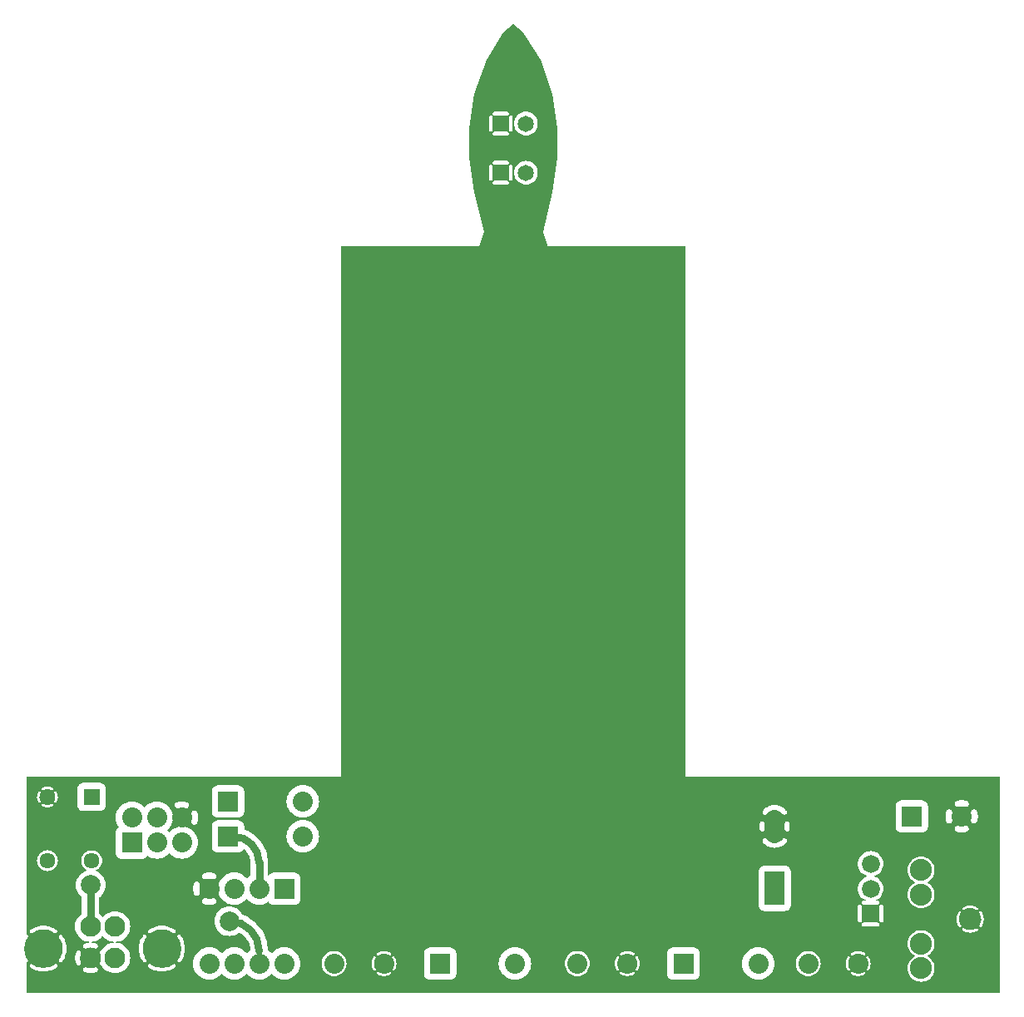
<source format=gtl>
G04 start of page 2 for group 3 layer_idx 0 *
G04 Title: (unknown), top_copper *
G04 Creator: pcb-rnd 3.1.4-dev *
G04 CreationDate: 2024-02-11 05:41:19 UTC *
G04 For: STEM4ukraine *
G04 Format: Gerber/RS-274X *
G04 PCB-Dimensions: 393701 393701 *
G04 PCB-Coordinate-Origin: lower left *
%MOIN*%
%FSLAX25Y25*%
%LNTOP_COPPER_NONE_3*%
%ADD31C,0.0906*%
%ADD30C,0.0350*%
%ADD29C,0.0430*%
%ADD28C,0.0472*%
%ADD27C,0.0420*%
%ADD26C,0.0591*%
%ADD25C,0.0338*%
%ADD24C,0.0362*%
%ADD23C,0.0394*%
%ADD22C,0.0315*%
%ADD21C,0.1535*%
%ADD20C,0.0650*%
%ADD19C,0.0720*%
%ADD18C,0.0882*%
%ADD17C,0.0636*%
%ADD16C,0.0827*%
%ADD15C,0.0800*%
%ADD14C,0.0787*%
%ADD13C,0.0300*%
%ADD12C,0.0200*%
%ADD11C,0.0001*%
G54D11*G36*
X357047Y17263D02*X357773Y16818D01*
X357981Y16732D01*
X357773Y16646D01*
X357047Y16201D01*
X356500Y15734D01*
Y17730D01*
X357047Y17263D01*
G37*
G36*
Y46791D02*X357773Y46346D01*
X357982Y46260D01*
X357773Y46173D01*
X357047Y45728D01*
X356500Y45261D01*
Y47258D01*
X357047Y46791D01*
G37*
G36*
X391732Y88583D02*Y1969D01*
X384424D01*
Y28501D01*
X384441Y28524D01*
X384693Y28937D01*
X384903Y29374D01*
X385073Y29828D01*
X385201Y30295D01*
X385287Y30771D01*
X385331Y31254D01*
Y31738D01*
X385287Y32221D01*
X385201Y32697D01*
X385073Y33165D01*
X384903Y33618D01*
X384693Y34055D01*
X384446Y34471D01*
X384424Y34499D01*
Y88583D01*
X391732D01*
G37*
G36*
X384424D02*Y34499D01*
X384397Y34534D01*
X384339Y34589D01*
X384274Y34633D01*
X384202Y34667D01*
X384126Y34689D01*
X384047Y34699D01*
X383967Y34696D01*
X383890Y34682D01*
X383815Y34655D01*
X383745Y34616D01*
X383683Y34568D01*
X383628Y34510D01*
X383584Y34444D01*
X383550Y34372D01*
X383528Y34296D01*
X383518Y34217D01*
X383520Y34138D01*
X383535Y34060D01*
X383562Y33985D01*
X383602Y33916D01*
X383807Y33580D01*
X383978Y33224D01*
X384116Y32855D01*
X384221Y32474D01*
X384291Y32086D01*
X384326Y31693D01*
Y31299D01*
X384291Y30906D01*
X384221Y30518D01*
X384116Y30137D01*
X383978Y29768D01*
X383807Y29412D01*
X383606Y29073D01*
X383566Y29005D01*
X383540Y28931D01*
X383525Y28854D01*
X383522Y28775D01*
X383532Y28697D01*
X383554Y28621D01*
X383587Y28550D01*
X383632Y28485D01*
X383686Y28428D01*
X383748Y28379D01*
X383817Y28342D01*
X383891Y28315D01*
X383968Y28300D01*
X384047Y28298D01*
X384125Y28307D01*
X384200Y28329D01*
X384272Y28363D01*
X384337Y28407D01*
X384394Y28461D01*
X384424Y28501D01*
Y1969D01*
X381622D01*
Y26357D01*
X382044Y26514D01*
X382480Y26724D01*
X382897Y26972D01*
X382960Y27020D01*
X383014Y27078D01*
X383058Y27144D01*
X383092Y27215D01*
X383114Y27292D01*
X383124Y27370D01*
X383122Y27450D01*
X383107Y27528D01*
X383080Y27603D01*
X383042Y27672D01*
X382993Y27735D01*
X382935Y27789D01*
X382869Y27834D01*
X382797Y27867D01*
X382721Y27890D01*
X382642Y27899D01*
X382563Y27897D01*
X382485Y27882D01*
X382410Y27855D01*
X382342Y27816D01*
X382005Y27610D01*
X381649Y27439D01*
X381622Y27429D01*
Y35563D01*
X381649Y35553D01*
X382005Y35382D01*
X382344Y35180D01*
X382412Y35141D01*
X382486Y35114D01*
X382564Y35100D01*
X382642Y35097D01*
X382720Y35107D01*
X382796Y35129D01*
X382867Y35162D01*
X382932Y35206D01*
X382990Y35260D01*
X383038Y35322D01*
X383076Y35391D01*
X383103Y35465D01*
X383117Y35543D01*
X383120Y35621D01*
X383110Y35700D01*
X383088Y35775D01*
X383055Y35846D01*
X383010Y35911D01*
X382957Y35969D01*
X382894Y36016D01*
X382480Y36268D01*
X382044Y36478D01*
X381622Y36636D01*
Y69859D01*
X381703Y69866D01*
X381894Y69913D01*
X382076Y69989D01*
X382243Y70092D01*
X382392Y70221D01*
X382519Y70371D01*
X382621Y70539D01*
X382692Y70723D01*
X382848Y71275D01*
X382949Y71841D01*
X383000Y72413D01*
Y72988D01*
X382949Y73560D01*
X382848Y74126D01*
X382698Y74681D01*
X382625Y74864D01*
X382522Y75033D01*
X382395Y75183D01*
X382245Y75312D01*
X382078Y75416D01*
X381896Y75493D01*
X381704Y75540D01*
X381622Y75547D01*
Y88583D01*
X384424D01*
G37*
G36*
X381280Y27301D02*X380900Y27196D01*
X380511Y27126D01*
X380119Y27091D01*
X379923D01*
Y35901D01*
X380119D01*
X380511Y35866D01*
X380900Y35796D01*
X381280Y35691D01*
X381622Y35563D01*
Y27429D01*
X381280Y27301D01*
G37*
G36*
X379923Y1969D02*Y26087D01*
X380163D01*
X380646Y26130D01*
X381123Y26216D01*
X381590Y26345D01*
X381622Y26357D01*
Y1969D01*
X379923D01*
G37*
G36*
X381622Y88583D02*Y75547D01*
X381507Y75556D01*
X381310Y75542D01*
X381118Y75497D01*
X380936Y75422D01*
X380767Y75320D01*
X380616Y75192D01*
X380487Y75043D01*
X380383Y74875D01*
X380307Y74693D01*
X380260Y74501D01*
X380243Y74305D01*
X380258Y74108D01*
X380307Y73917D01*
X380403Y73577D01*
X380465Y73229D01*
X380496Y72877D01*
Y72524D01*
X380465Y72172D01*
X380403Y71825D01*
X380310Y71484D01*
X380262Y71293D01*
X380247Y71097D01*
X380264Y70901D01*
X380310Y70710D01*
X380387Y70528D01*
X380490Y70361D01*
X380619Y70212D01*
X380769Y70085D01*
X380937Y69983D01*
X381119Y69909D01*
X381311Y69864D01*
X381507Y69849D01*
X381622Y69859D01*
Y36636D01*
X381590Y36648D01*
X381123Y36776D01*
X380646Y36862D01*
X380163Y36906D01*
X379923D01*
Y88583D01*
X381622D01*
G37*
G36*
X379923D02*Y36906D01*
X379679D01*
X379197Y36862D01*
X378720Y36776D01*
X378253Y36648D01*
X377799Y36478D01*
X377362Y36268D01*
X376946Y36020D01*
X376883Y35972D01*
X376829Y35914D01*
X376784Y35849D01*
X376750Y35777D01*
X376728Y35700D01*
X376718Y35622D01*
X376721Y35542D01*
X376736Y35464D01*
X376763Y35390D01*
X376801Y35320D01*
X376850Y35257D01*
X376908Y35203D01*
X376973Y35158D01*
X377045Y35125D01*
X377121Y35103D01*
X377200Y35093D01*
X377279Y35095D01*
X377357Y35110D01*
X377432Y35137D01*
X377501Y35177D01*
X377837Y35382D01*
X378193Y35553D01*
X378563Y35691D01*
X378943Y35796D01*
X379331Y35866D01*
X379724Y35901D01*
X379923D01*
Y27091D01*
X379724D01*
X379331Y27126D01*
X378943Y27196D01*
X378563Y27301D01*
X378193Y27439D01*
X377837Y27610D01*
X377498Y27812D01*
X377430Y27851D01*
X377356Y27878D01*
X377279Y27893D01*
X377200Y27895D01*
X377122Y27885D01*
X377047Y27863D01*
X376975Y27830D01*
X376910Y27786D01*
X376853Y27732D01*
X376805Y27670D01*
X376767Y27601D01*
X376740Y27527D01*
X376725Y27449D01*
X376723Y27371D01*
X376733Y27293D01*
X376754Y27217D01*
X376788Y27146D01*
X376832Y27081D01*
X376886Y27023D01*
X376949Y26976D01*
X377362Y26724D01*
X377799Y26514D01*
X378253Y26345D01*
X378720Y26216D01*
X379197Y26130D01*
X379679Y26087D01*
X379923D01*
Y1969D01*
X375418D01*
Y28493D01*
X375445Y28458D01*
X375503Y28403D01*
X375569Y28359D01*
X375641Y28325D01*
X375717Y28303D01*
X375796Y28293D01*
X375875Y28296D01*
X375953Y28311D01*
X376028Y28337D01*
X376097Y28376D01*
X376160Y28424D01*
X376214Y28482D01*
X376259Y28548D01*
X376293Y28620D01*
X376315Y28696D01*
X376325Y28775D01*
X376322Y28854D01*
X376307Y28932D01*
X376280Y29007D01*
X376241Y29076D01*
X376035Y29412D01*
X375865Y29768D01*
X375726Y30137D01*
X375622Y30518D01*
X375551Y30906D01*
X375516Y31299D01*
Y31693D01*
X375551Y32086D01*
X375622Y32474D01*
X375726Y32855D01*
X375865Y33224D01*
X376035Y33580D01*
X376237Y33919D01*
X376276Y33987D01*
X376303Y34061D01*
X376318Y34138D01*
X376320Y34217D01*
X376310Y34295D01*
X376289Y34371D01*
X376255Y34442D01*
X376211Y34507D01*
X376157Y34564D01*
X376095Y34613D01*
X376026Y34651D01*
X375952Y34677D01*
X375875Y34692D01*
X375796Y34695D01*
X375718Y34685D01*
X375642Y34663D01*
X375571Y34629D01*
X375506Y34585D01*
X375448Y34531D01*
X375418Y34491D01*
Y66291D01*
X375640Y66251D01*
X376213Y66201D01*
X376787D01*
X377360Y66251D01*
X377925Y66352D01*
X378480Y66503D01*
X378663Y66576D01*
X378832Y66679D01*
X378983Y66806D01*
X379111Y66955D01*
X379215Y67123D01*
X379292Y67305D01*
X379339Y67497D01*
X379355Y67694D01*
X379341Y67890D01*
X379296Y68083D01*
X379221Y68265D01*
X379119Y68434D01*
X378991Y68585D01*
X378842Y68714D01*
X378674Y68818D01*
X378492Y68894D01*
X378301Y68941D01*
X378104Y68958D01*
X377907Y68943D01*
X377716Y68894D01*
X377376Y68798D01*
X377029Y68736D01*
X376677Y68705D01*
X376323D01*
X375971Y68736D01*
X375624Y68798D01*
X375418Y68854D01*
Y76545D01*
X375624Y76604D01*
X375971Y76666D01*
X376323Y76697D01*
X376677D01*
X377029Y76666D01*
X377376Y76604D01*
X377717Y76511D01*
X377908Y76462D01*
X378104Y76448D01*
X378300Y76464D01*
X378491Y76511D01*
X378672Y76587D01*
X378840Y76691D01*
X378989Y76820D01*
X379116Y76970D01*
X379218Y77138D01*
X379292Y77320D01*
X379337Y77512D01*
X379351Y77708D01*
X379335Y77904D01*
X379288Y78095D01*
X379212Y78277D01*
X379108Y78444D01*
X378980Y78593D01*
X378830Y78720D01*
X378661Y78822D01*
X378478Y78893D01*
X377925Y79049D01*
X377360Y79150D01*
X376787Y79201D01*
X376213D01*
X375640Y79150D01*
X375418Y79110D01*
Y88583D01*
X379923D01*
G37*
G36*
X375418D02*Y79110D01*
X375075Y79049D01*
X374520Y78899D01*
X374337Y78825D01*
X374168Y78723D01*
X374017Y78596D01*
X373889Y78446D01*
X373785Y78278D01*
X373708Y78096D01*
X373661Y77905D01*
X373645Y77708D01*
X373659Y77511D01*
X373704Y77319D01*
X373779Y77136D01*
X373881Y76968D01*
X374009Y76817D01*
X374158Y76688D01*
X374326Y76584D01*
X374508Y76508D01*
X374699Y76461D01*
X374896Y76444D01*
X375093Y76459D01*
X375284Y76507D01*
X375418Y76545D01*
Y68854D01*
X375283Y68890D01*
X375092Y68939D01*
X374896Y68954D01*
X374700Y68937D01*
X374509Y68890D01*
X374328Y68814D01*
X374160Y68710D01*
X374011Y68582D01*
X373884Y68432D01*
X373782Y68263D01*
X373708Y68081D01*
X373663Y67890D01*
X373649Y67694D01*
X373665Y67498D01*
X373712Y67306D01*
X373788Y67125D01*
X373892Y66958D01*
X374020Y66809D01*
X374170Y66682D01*
X374339Y66580D01*
X374522Y66509D01*
X375075Y66352D01*
X375418Y66291D01*
Y34491D01*
X375401Y34468D01*
X375149Y34055D01*
X374940Y33618D01*
X374770Y33165D01*
X374641Y32697D01*
X374555Y32221D01*
X374512Y31738D01*
Y31254D01*
X374555Y30771D01*
X374641Y30295D01*
X374770Y29828D01*
X374940Y29374D01*
X375149Y28937D01*
X375397Y28521D01*
X375418Y28493D01*
Y1969D01*
X371378D01*
Y69855D01*
X371493Y69845D01*
X371690Y69860D01*
X371882Y69905D01*
X372064Y69980D01*
X372233Y70082D01*
X372384Y70209D01*
X372513Y70359D01*
X372617Y70527D01*
X372693Y70709D01*
X372740Y70900D01*
X372757Y71097D01*
X372742Y71294D01*
X372693Y71485D01*
X372597Y71825D01*
X372535Y72172D01*
X372504Y72524D01*
Y72877D01*
X372535Y73229D01*
X372597Y73577D01*
X372690Y73918D01*
X372738Y74108D01*
X372753Y74305D01*
X372736Y74501D01*
X372690Y74692D01*
X372613Y74873D01*
X372510Y75040D01*
X372381Y75189D01*
X372231Y75316D01*
X372063Y75418D01*
X371881Y75493D01*
X371689Y75538D01*
X371493Y75552D01*
X371378Y75543D01*
Y88583D01*
X375418D01*
G37*
G36*
X371378D02*Y75543D01*
X371297Y75536D01*
X371106Y75489D01*
X370924Y75413D01*
X370757Y75309D01*
X370608Y75181D01*
X370481Y75030D01*
X370379Y74862D01*
X370308Y74679D01*
X370152Y74126D01*
X370051Y73560D01*
X370000Y72988D01*
Y72413D01*
X370051Y71841D01*
X370152Y71275D01*
X370302Y70721D01*
X370375Y70538D01*
X370478Y70369D01*
X370605Y70218D01*
X370755Y70089D01*
X370922Y69985D01*
X371104Y69909D01*
X371296Y69862D01*
X371378Y69855D01*
Y1969D01*
X356500D01*
Y7888D01*
X357047Y7421D01*
X357773Y6976D01*
X358559Y6650D01*
X359387Y6452D01*
X360236Y6385D01*
X361085Y6452D01*
X361913Y6650D01*
X362700Y6976D01*
X363426Y7421D01*
X364073Y7974D01*
X364626Y8622D01*
X365071Y9348D01*
X365397Y10134D01*
X365596Y10962D01*
X365646Y11811D01*
X365596Y12660D01*
X365397Y13488D01*
X365071Y14274D01*
X364626Y15000D01*
X364073Y15648D01*
X363426Y16201D01*
X362700Y16646D01*
X362492Y16732D01*
X362700Y16818D01*
X363426Y17263D01*
X364073Y17816D01*
X364626Y18464D01*
X365071Y19190D01*
X365397Y19976D01*
X365596Y20804D01*
X365646Y21653D01*
X365596Y22502D01*
X365397Y23330D01*
X365071Y24116D01*
X364626Y24842D01*
X364073Y25490D01*
X363426Y26043D01*
X362700Y26488D01*
X361913Y26814D01*
X361085Y27012D01*
X360236Y27079D01*
X359387Y27012D01*
X358559Y26814D01*
X357773Y26488D01*
X357047Y26043D01*
X356500Y25576D01*
Y37415D01*
X357047Y36948D01*
X357773Y36503D01*
X358559Y36177D01*
X359387Y35979D01*
X360236Y35912D01*
X361085Y35979D01*
X361913Y36177D01*
X362700Y36503D01*
X363426Y36948D01*
X364073Y37501D01*
X364626Y38149D01*
X365071Y38875D01*
X365397Y39661D01*
X365596Y40489D01*
X365646Y41338D01*
X365596Y42187D01*
X365397Y43015D01*
X365071Y43802D01*
X364626Y44527D01*
X364073Y45175D01*
X363426Y45728D01*
X362700Y46173D01*
X362490Y46260D01*
X362700Y46346D01*
X363426Y46791D01*
X364073Y47344D01*
X364626Y47992D01*
X365071Y48718D01*
X365397Y49504D01*
X365596Y50332D01*
X365646Y51181D01*
X365596Y52030D01*
X365397Y52858D01*
X365071Y53645D01*
X364626Y54370D01*
X364073Y55018D01*
X363426Y55571D01*
X362700Y56016D01*
X361913Y56342D01*
X361085Y56540D01*
X360236Y56607D01*
X359387Y56540D01*
X358559Y56342D01*
X357773Y56016D01*
X357047Y55571D01*
X356500Y55104D01*
Y66201D01*
X360402D01*
X360500Y66193D01*
X360892Y66224D01*
X360892Y66224D01*
X361275Y66316D01*
X361638Y66466D01*
X361974Y66672D01*
X362273Y66928D01*
X362529Y67227D01*
X362734Y67562D01*
X362885Y67926D01*
X362977Y68308D01*
X363008Y68701D01*
X363000Y68799D01*
Y76603D01*
X363008Y76701D01*
X362977Y77093D01*
X362977Y77093D01*
X362885Y77476D01*
X362734Y77839D01*
X362529Y78175D01*
X362273Y78474D01*
X361974Y78730D01*
X361638Y78935D01*
X361275Y79086D01*
X360892Y79178D01*
X360500Y79208D01*
X360402Y79201D01*
X356500D01*
Y88583D01*
X371378D01*
G37*
G36*
X356500D02*Y79201D01*
X352598D01*
X352500Y79208D01*
X352108Y79178D01*
X352108Y79178D01*
X351725Y79086D01*
X351362Y78935D01*
X351026Y78730D01*
X350727Y78474D01*
X350471Y78175D01*
X350266Y77839D01*
X350115Y77476D01*
X350023Y77093D01*
X349992Y76701D01*
X350000Y76603D01*
Y68799D01*
X349992Y68701D01*
X350023Y68309D01*
X350023Y68308D01*
X350115Y67926D01*
X350266Y67562D01*
X350471Y67227D01*
X350727Y66928D01*
X351026Y66672D01*
X351362Y66466D01*
X351725Y66316D01*
X352108Y66224D01*
X352500Y66193D01*
X352598Y66201D01*
X356500D01*
Y55104D01*
X356399Y55018D01*
X355846Y54370D01*
X355401Y53645D01*
X355076Y52858D01*
X354877Y52030D01*
X354810Y51181D01*
X354877Y50332D01*
X355076Y49504D01*
X355401Y48718D01*
X355846Y47992D01*
X356399Y47344D01*
X356500Y47258D01*
Y45261D01*
X356399Y45175D01*
X355846Y44527D01*
X355401Y43802D01*
X355076Y43015D01*
X354877Y42187D01*
X354810Y41338D01*
X354877Y40489D01*
X355076Y39661D01*
X355401Y38875D01*
X355846Y38149D01*
X356399Y37501D01*
X356500Y37415D01*
Y25576D01*
X356399Y25490D01*
X355846Y24842D01*
X355401Y24116D01*
X355076Y23330D01*
X354877Y22502D01*
X354810Y21653D01*
X354877Y20804D01*
X355076Y19976D01*
X355401Y19190D01*
X355846Y18464D01*
X356399Y17816D01*
X356500Y17730D01*
Y15734D01*
X356399Y15648D01*
X355846Y15000D01*
X355401Y14274D01*
X355076Y13488D01*
X354877Y12660D01*
X354810Y11811D01*
X354877Y10962D01*
X355076Y10134D01*
X355401Y9348D01*
X355846Y8622D01*
X356399Y7974D01*
X356500Y7888D01*
Y1969D01*
X339992D01*
Y13416D01*
X340006Y13701D01*
X339992Y13985D01*
Y28601D01*
X342850D01*
X342968Y28608D01*
X343082Y28635D01*
X343192Y28680D01*
X343292Y28742D01*
X343382Y28819D01*
X343459Y28909D01*
X343520Y29009D01*
X343566Y29118D01*
X343593Y29233D01*
X343602Y29351D01*
X343593Y29468D01*
X343566Y29583D01*
X343520Y29692D01*
X343459Y29793D01*
X343382Y29883D01*
X343292Y29959D01*
X343192Y30021D01*
X343082Y30066D01*
X342968Y30094D01*
X342850Y30101D01*
X343600D01*
Y30851D01*
X343607Y30733D01*
X343635Y30618D01*
X343680Y30509D01*
X343741Y30409D01*
X343818Y30319D01*
X343908Y30242D01*
X344008Y30180D01*
X344118Y30135D01*
X344232Y30108D01*
X344350Y30098D01*
X344468Y30108D01*
X344582Y30135D01*
X344692Y30180D01*
X344792Y30242D01*
X344882Y30319D01*
X344959Y30409D01*
X345020Y30509D01*
X345065Y30618D01*
X345093Y30733D01*
X345100Y30851D01*
Y36551D01*
X345093Y36668D01*
X345065Y36783D01*
X345020Y36892D01*
X344959Y36993D01*
X344882Y37083D01*
X344792Y37159D01*
X344692Y37221D01*
X344582Y37266D01*
X344468Y37294D01*
X344350Y37303D01*
X344232Y37294D01*
X344118Y37266D01*
X344008Y37221D01*
X343908Y37159D01*
X343818Y37083D01*
X343741Y36993D01*
X343680Y36892D01*
X343634Y36783D01*
X343607Y36668D01*
X343600Y36551D01*
Y37301D01*
X342850D01*
X342968Y37308D01*
X343082Y37335D01*
X343192Y37380D01*
X343292Y37442D01*
X343382Y37519D01*
X343459Y37609D01*
X343520Y37709D01*
X343565Y37818D01*
X343593Y37933D01*
X343602Y38051D01*
X343593Y38168D01*
X343565Y38283D01*
X343520Y38392D01*
X343459Y38493D01*
X343382Y38583D01*
X343292Y38659D01*
X343192Y38721D01*
X343082Y38766D01*
X342968Y38794D01*
X342850Y38801D01*
X341436D01*
X341581Y38835D01*
X342322Y39143D01*
X343007Y39562D01*
X343617Y40083D01*
X344139Y40694D01*
X344558Y41378D01*
X344865Y42120D01*
X345053Y42901D01*
X345100Y43701D01*
X345053Y44501D01*
X344865Y45282D01*
X344558Y46023D01*
X344139Y46708D01*
X343617Y47318D01*
X343007Y47840D01*
X342322Y48259D01*
X341581Y48566D01*
X341020Y48701D01*
X341581Y48835D01*
X342322Y49143D01*
X343007Y49562D01*
X343617Y50083D01*
X344139Y50694D01*
X344558Y51378D01*
X344865Y52120D01*
X345053Y52901D01*
X345100Y53701D01*
X345053Y54501D01*
X344865Y55282D01*
X344558Y56023D01*
X344139Y56708D01*
X343617Y57318D01*
X343007Y57840D01*
X342322Y58259D01*
X341581Y58566D01*
X340800Y58754D01*
X340000Y58817D01*
X339992Y58816D01*
Y88583D01*
X356500D01*
G37*
G36*
X335041Y30409D02*X335118Y30319D01*
X335208Y30242D01*
X335308Y30180D01*
X335418Y30135D01*
X335532Y30108D01*
X335650Y30098D01*
X335768Y30108D01*
X335882Y30135D01*
X335992Y30180D01*
X336092Y30242D01*
X336182Y30319D01*
X336259Y30409D01*
X336320Y30509D01*
X336366Y30618D01*
X336393Y30733D01*
X336400Y30851D01*
Y30101D01*
X337150D01*
X337032Y30094D01*
X336918Y30066D01*
X336808Y30021D01*
X336708Y29959D01*
X336618Y29883D01*
X336541Y29793D01*
X336524Y29765D01*
X336480Y29692D01*
X336435Y29583D01*
X336407Y29468D01*
X336398Y29351D01*
X336407Y29233D01*
X336435Y29118D01*
X336480Y29009D01*
X336541Y28909D01*
X336618Y28819D01*
X336708Y28742D01*
X336808Y28680D01*
X336918Y28635D01*
X337032Y28608D01*
X337150Y28601D01*
X339992D01*
Y13985D01*
X339983Y14170D01*
X339918Y14635D01*
X339808Y15092D01*
X339657Y15536D01*
X339464Y15965D01*
X339232Y16373D01*
X339185Y16437D01*
X339128Y16492D01*
X339064Y16538D01*
X338992Y16573D01*
X338917Y16597D01*
X338838Y16608D01*
X338759Y16607D01*
X338680Y16594D01*
X338605Y16568D01*
X338535Y16531D01*
X338471Y16484D01*
X338416Y16427D01*
X338370Y16362D01*
X338335Y16291D01*
X338312Y16215D01*
X338300Y16136D01*
X338301Y16057D01*
X338315Y15979D01*
X338340Y15903D01*
X338379Y15834D01*
X338568Y15510D01*
X338721Y15168D01*
X338842Y14812D01*
X338930Y14447D01*
X338982Y14076D01*
X339000Y13701D01*
X338982Y13326D01*
X338930Y12954D01*
X338842Y12589D01*
X338721Y12234D01*
X338568Y11892D01*
X338382Y11565D01*
X338344Y11496D01*
X338319Y11422D01*
X338306Y11344D01*
X338305Y11266D01*
X338316Y11188D01*
X338339Y11113D01*
X338374Y11042D01*
X338419Y10978D01*
X338474Y10921D01*
X338537Y10874D01*
X338607Y10838D01*
X338681Y10812D01*
X338759Y10799D01*
X338838Y10798D01*
X338916Y10809D01*
X338991Y10832D01*
X339061Y10867D01*
X339126Y10913D01*
X339182Y10968D01*
X339228Y11031D01*
X339464Y11437D01*
X339657Y11865D01*
X339808Y12310D01*
X339918Y12767D01*
X339983Y13232D01*
X339992Y13416D01*
Y1969D01*
X335002D01*
Y8695D01*
X335469Y8717D01*
X335934Y8783D01*
X336391Y8892D01*
X336835Y9044D01*
X337264Y9236D01*
X337672Y9468D01*
X337736Y9515D01*
X337792Y9572D01*
X337837Y9637D01*
X337872Y9708D01*
X337896Y9784D01*
X337907Y9863D01*
X337906Y9942D01*
X337893Y10020D01*
X337867Y10096D01*
X337830Y10166D01*
X337783Y10229D01*
X337726Y10285D01*
X337661Y10331D01*
X337590Y10366D01*
X337514Y10389D01*
X337435Y10401D01*
X337356Y10400D01*
X337278Y10386D01*
X337203Y10361D01*
X337133Y10322D01*
X336809Y10133D01*
X336467Y9979D01*
X336112Y9858D01*
X335746Y9771D01*
X335375Y9718D01*
X335002Y9701D01*
Y17701D01*
X335375Y17683D01*
X335746Y17631D01*
X336112Y17543D01*
X336467Y17422D01*
X336809Y17268D01*
X337135Y17083D01*
X337204Y17045D01*
X337279Y17020D01*
X337356Y17006D01*
X337435Y17005D01*
X337513Y17017D01*
X337588Y17040D01*
X337659Y17075D01*
X337723Y17120D01*
X337779Y17175D01*
X337827Y17238D01*
X337863Y17308D01*
X337888Y17382D01*
X337902Y17460D01*
X337903Y17538D01*
X337892Y17616D01*
X337868Y17692D01*
X337834Y17762D01*
X337788Y17826D01*
X337733Y17883D01*
X337669Y17929D01*
X337264Y18165D01*
X336835Y18358D01*
X336391Y18509D01*
X335934Y18618D01*
X335469Y18684D01*
X335002Y18706D01*
Y30472D01*
X335041Y30409D01*
G37*
G36*
X335135Y42120D02*X335442Y41378D01*
X335861Y40694D01*
X336383Y40083D01*
X336993Y39562D01*
X337678Y39143D01*
X338419Y38835D01*
X338564Y38801D01*
X337150D01*
X337032Y38794D01*
X336918Y38766D01*
X336808Y38721D01*
X336708Y38659D01*
X336618Y38583D01*
X336541Y38493D01*
X336480Y38392D01*
X336434Y38283D01*
X336407Y38168D01*
X336398Y38051D01*
X336407Y37933D01*
X336434Y37818D01*
X336480Y37709D01*
X336541Y37609D01*
X336618Y37519D01*
X336708Y37442D01*
X336808Y37380D01*
X336918Y37335D01*
X337032Y37308D01*
X337150Y37301D01*
X336400D01*
Y36551D01*
X336393Y36668D01*
X336365Y36783D01*
X336320Y36892D01*
X336259Y36993D01*
X336182Y37083D01*
X336092Y37159D01*
X335992Y37221D01*
X335882Y37266D01*
X335768Y37294D01*
X335650Y37303D01*
X335532Y37294D01*
X335418Y37266D01*
X335308Y37221D01*
X335208Y37159D01*
X335118Y37083D01*
X335041Y36993D01*
X335002Y36929D01*
Y42672D01*
X335135Y42120D01*
G37*
G36*
Y52120D02*X335442Y51378D01*
X335861Y50694D01*
X336383Y50083D01*
X336993Y49562D01*
X337678Y49143D01*
X338419Y48835D01*
X338980Y48701D01*
X338419Y48566D01*
X337678Y48259D01*
X336993Y47840D01*
X336383Y47318D01*
X335861Y46708D01*
X335442Y46023D01*
X335135Y45282D01*
X335002Y44730D01*
Y52672D01*
X335135Y52120D01*
G37*
G36*
X339992Y88583D02*Y58816D01*
X339200Y58754D01*
X338419Y58566D01*
X337678Y58259D01*
X336993Y57840D01*
X336383Y57318D01*
X335861Y56708D01*
X335442Y56023D01*
X335135Y55282D01*
X335002Y54730D01*
Y88583D01*
X339992D01*
G37*
G36*
X335002D02*Y54730D01*
X334947Y54501D01*
X334884Y53701D01*
X334947Y52901D01*
X335002Y52672D01*
Y44730D01*
X334947Y44501D01*
X334884Y43701D01*
X334947Y42901D01*
X335002Y42672D01*
Y36929D01*
X334980Y36892D01*
X334935Y36783D01*
X334907Y36668D01*
X334900Y36551D01*
Y30851D01*
X334907Y30733D01*
X334935Y30618D01*
X334980Y30509D01*
X335002Y30472D01*
Y18706D01*
X335000Y18706D01*
X334531Y18684D01*
X334066Y18618D01*
X333609Y18509D01*
X333165Y18358D01*
X332736Y18165D01*
X332328Y17933D01*
X332264Y17886D01*
X332208Y17829D01*
X332163Y17764D01*
X332128Y17693D01*
X332104Y17617D01*
X332093Y17539D01*
X332094Y17459D01*
X332107Y17381D01*
X332133Y17306D01*
X332170Y17236D01*
X332217Y17172D01*
X332274Y17117D01*
X332339Y17071D01*
X332410Y17036D01*
X332486Y17012D01*
X332565Y17001D01*
X332644Y17002D01*
X332722Y17015D01*
X332797Y17041D01*
X332867Y17079D01*
X333191Y17268D01*
X333533Y17422D01*
X333888Y17543D01*
X334254Y17631D01*
X334625Y17683D01*
X335000Y17701D01*
X335002Y17701D01*
Y9701D01*
X335000Y9701D01*
X334625Y9718D01*
X334254Y9771D01*
X333888Y9858D01*
X333533Y9979D01*
X333191Y10133D01*
X332864Y10319D01*
X332796Y10356D01*
X332721Y10382D01*
X332644Y10395D01*
X332565Y10396D01*
X332487Y10385D01*
X332412Y10362D01*
X332341Y10327D01*
X332277Y10281D01*
X332221Y10227D01*
X332173Y10164D01*
X332137Y10094D01*
X332112Y10019D01*
X332098Y9942D01*
X332097Y9863D01*
X332108Y9785D01*
X332132Y9710D01*
X332166Y9639D01*
X332212Y9575D01*
X332267Y9519D01*
X332331Y9473D01*
X332736Y9236D01*
X333165Y9044D01*
X333609Y8892D01*
X334066Y8783D01*
X334531Y8717D01*
X335000Y8695D01*
X335002Y8695D01*
Y1969D01*
X330847D01*
Y10933D01*
X330872Y10909D01*
X330936Y10863D01*
X331008Y10828D01*
X331083Y10805D01*
X331162Y10793D01*
X331241Y10795D01*
X331320Y10808D01*
X331395Y10834D01*
X331465Y10871D01*
X331529Y10918D01*
X331584Y10975D01*
X331630Y11040D01*
X331665Y11111D01*
X331688Y11187D01*
X331700Y11265D01*
X331699Y11345D01*
X331685Y11423D01*
X331660Y11498D01*
X331621Y11568D01*
X331432Y11892D01*
X331279Y12234D01*
X331158Y12589D01*
X331070Y12954D01*
X331018Y13326D01*
X331000Y13701D01*
X331018Y14076D01*
X331070Y14447D01*
X331158Y14812D01*
X331279Y15168D01*
X331432Y15510D01*
X331618Y15836D01*
X331656Y15905D01*
X331681Y15980D01*
X331694Y16057D01*
X331695Y16136D01*
X331684Y16214D01*
X331661Y16289D01*
X331626Y16360D01*
X331581Y16424D01*
X331526Y16480D01*
X331463Y16527D01*
X331393Y16564D01*
X331319Y16589D01*
X331241Y16603D01*
X331162Y16604D01*
X331084Y16592D01*
X331009Y16569D01*
X330939Y16534D01*
X330874Y16489D01*
X330847Y16462D01*
Y88583D01*
X335002D01*
G37*
G36*
X330847D02*Y16462D01*
X330818Y16434D01*
X330772Y16370D01*
X330536Y15965D01*
X330343Y15536D01*
X330192Y15092D01*
X330082Y14635D01*
X330017Y14170D01*
X329994Y13701D01*
X330017Y13232D01*
X330082Y12767D01*
X330192Y12310D01*
X330343Y11865D01*
X330536Y11437D01*
X330768Y11028D01*
X330815Y10965D01*
X330847Y10933D01*
Y1969D01*
X314992D01*
Y8686D01*
X315000Y8685D01*
X315785Y8747D01*
X316550Y8931D01*
X317277Y9232D01*
X317948Y9643D01*
X318546Y10154D01*
X319058Y10753D01*
X319469Y11424D01*
X319770Y12151D01*
X319954Y12916D01*
X320000Y13701D01*
X319954Y14485D01*
X319770Y15251D01*
X319469Y15978D01*
X319058Y16649D01*
X318546Y17247D01*
X317948Y17758D01*
X317277Y18170D01*
X316550Y18471D01*
X315785Y18654D01*
X315000Y18716D01*
X314992Y18716D01*
Y88583D01*
X330847D01*
G37*
G36*
X314992D02*Y18716D01*
X314215Y18654D01*
X313450Y18471D01*
X312723Y18170D01*
X312052Y17758D01*
X311454Y17247D01*
X310942Y16649D01*
X310531Y15978D01*
X310230Y15251D01*
X310046Y14485D01*
X309985Y13701D01*
X310046Y12916D01*
X310230Y12151D01*
X310531Y11424D01*
X310942Y10753D01*
X311454Y10154D01*
X312052Y9643D01*
X312723Y9232D01*
X313450Y8931D01*
X314215Y8747D01*
X314992Y8686D01*
Y1969D01*
X306575D01*
Y34945D01*
X306713Y35002D01*
X307049Y35208D01*
X307348Y35463D01*
X307604Y35762D01*
X307809Y36098D01*
X307960Y36461D01*
X308052Y36844D01*
X308083Y37236D01*
X308075Y37334D01*
Y50338D01*
X308083Y50436D01*
X308052Y50828D01*
X308052Y50829D01*
X307960Y51211D01*
X307809Y51575D01*
X307604Y51910D01*
X307348Y52210D01*
X307049Y52465D01*
X306713Y52671D01*
X306575Y52728D01*
Y66576D01*
X306732Y66588D01*
X306885Y66625D01*
X307030Y66685D01*
X307164Y66767D01*
X307284Y66869D01*
X307386Y66989D01*
X307469Y67123D01*
X307529Y67269D01*
X307566Y67422D01*
X307575Y67579D01*
Y69736D01*
X307566Y69893D01*
X307529Y70046D01*
X307469Y70192D01*
X307386Y70326D01*
X307284Y70445D01*
X307164Y70548D01*
X307030Y70630D01*
X306885Y70690D01*
X306732Y70727D01*
X306575Y70739D01*
Y88583D01*
X314992D01*
G37*
G36*
X296800Y34851D02*X297183Y34759D01*
X297575Y34729D01*
X297673Y34736D01*
X305477D01*
X305575Y34729D01*
X305967Y34759D01*
X306350Y34851D01*
X306575Y34945D01*
Y1969D01*
X296575D01*
Y7394D01*
X297015Y7500D01*
X297960Y7891D01*
X298832Y8426D01*
X299610Y9090D01*
X300275Y9868D01*
X300809Y10741D01*
X301201Y11686D01*
X301440Y12681D01*
X301500Y13701D01*
X301440Y14721D01*
X301201Y15716D01*
X300809Y16661D01*
X300275Y17533D01*
X299610Y18311D01*
X298832Y18976D01*
X297960Y19510D01*
X297015Y19902D01*
X296575Y20007D01*
Y34945D01*
X296800Y34851D01*
G37*
G36*
X306575Y88583D02*Y70739D01*
X306418Y70727D01*
X306265Y70690D01*
X306119Y70630D01*
X305985Y70548D01*
X305866Y70445D01*
X305763Y70326D01*
X305681Y70192D01*
X305621Y70046D01*
X305584Y69893D01*
X305575Y69736D01*
Y67579D01*
X305584Y67422D01*
X305621Y67269D01*
X305681Y67123D01*
X305763Y66989D01*
X305866Y66869D01*
X305985Y66767D01*
X306119Y66685D01*
X306265Y66625D01*
X306418Y66588D01*
X306575Y66576D01*
Y52728D01*
X306350Y52821D01*
X305967Y52913D01*
X305575Y52944D01*
X305477Y52936D01*
X301577D01*
Y60073D01*
X302112Y60097D01*
X302645Y60169D01*
X303170Y60288D01*
X303682Y60454D01*
X304177Y60665D01*
X304651Y60920D01*
X305100Y61216D01*
X305521Y61551D01*
X305910Y61922D01*
X306265Y62327D01*
X306354Y62457D01*
X306421Y62600D01*
X306465Y62752D01*
X306485Y62909D01*
X306480Y63066D01*
X306450Y63222D01*
X306397Y63370D01*
X306321Y63509D01*
X306224Y63634D01*
X306108Y63742D01*
X305978Y63830D01*
X305834Y63898D01*
X305683Y63942D01*
X305526Y63961D01*
X305368Y63956D01*
X305213Y63926D01*
X305064Y63873D01*
X304926Y63797D01*
X304801Y63700D01*
X304695Y63582D01*
X304462Y63310D01*
X304203Y63063D01*
X303922Y62840D01*
X303623Y62643D01*
X303308Y62474D01*
X302978Y62333D01*
X302637Y62222D01*
X302288Y62143D01*
X301933Y62095D01*
X301577Y62079D01*
Y75236D01*
X301933Y75220D01*
X302288Y75172D01*
X302637Y75093D01*
X302978Y74982D01*
X303308Y74841D01*
X303623Y74672D01*
X303922Y74475D01*
X304203Y74252D01*
X304462Y74004D01*
X304698Y73735D01*
X304804Y73618D01*
X304928Y73522D01*
X305066Y73446D01*
X305214Y73392D01*
X305368Y73363D01*
X305526Y73358D01*
X305682Y73377D01*
X305833Y73421D01*
X305976Y73488D01*
X306106Y73576D01*
X306221Y73684D01*
X306317Y73808D01*
X306393Y73946D01*
X306446Y74094D01*
X306476Y74249D01*
X306481Y74406D01*
X306462Y74562D01*
X306418Y74714D01*
X306351Y74856D01*
X306260Y74984D01*
X305910Y75393D01*
X305521Y75764D01*
X305100Y76099D01*
X304651Y76395D01*
X304177Y76649D01*
X303682Y76861D01*
X303170Y77026D01*
X302645Y77146D01*
X302112Y77218D01*
X301577Y77242D01*
Y88583D01*
X306575D01*
G37*
G36*
X301577D02*Y77242D01*
X301575Y77242D01*
X301037Y77218D01*
X300504Y77146D01*
X299980Y77026D01*
X299468Y76861D01*
X298973Y76649D01*
X298499Y76395D01*
X298050Y76099D01*
X297629Y75764D01*
X297239Y75393D01*
X296885Y74988D01*
X296795Y74858D01*
X296728Y74715D01*
X296684Y74563D01*
X296664Y74406D01*
X296670Y74248D01*
X296699Y74093D01*
X296753Y73945D01*
X296829Y73806D01*
X296926Y73681D01*
X297041Y73573D01*
X297172Y73484D01*
X297315Y73417D01*
X297467Y73373D01*
X297624Y73354D01*
X297782Y73359D01*
X297937Y73388D01*
X298086Y73442D01*
X298224Y73518D01*
X298349Y73615D01*
X298454Y73732D01*
X298687Y74004D01*
X298947Y74252D01*
X299227Y74475D01*
X299526Y74672D01*
X299842Y74841D01*
X300172Y74982D01*
X300512Y75093D01*
X300862Y75172D01*
X301217Y75220D01*
X301575Y75236D01*
X301577Y75236D01*
Y62079D01*
X301575Y62079D01*
X301217Y62095D01*
X300862Y62143D01*
X300512Y62222D01*
X300172Y62333D01*
X299842Y62474D01*
X299526Y62643D01*
X299227Y62840D01*
X298947Y63063D01*
X298687Y63310D01*
X298451Y63580D01*
X298346Y63697D01*
X298222Y63793D01*
X298084Y63869D01*
X297936Y63923D01*
X297781Y63952D01*
X297624Y63957D01*
X297468Y63938D01*
X297317Y63894D01*
X297174Y63827D01*
X297044Y63739D01*
X296929Y63631D01*
X296832Y63507D01*
X296757Y63369D01*
X296703Y63221D01*
X296674Y63066D01*
X296668Y62909D01*
X296688Y62753D01*
X296732Y62601D01*
X296799Y62459D01*
X296890Y62331D01*
X297239Y61922D01*
X297629Y61551D01*
X298050Y61216D01*
X298499Y60920D01*
X298973Y60665D01*
X299468Y60454D01*
X299980Y60288D01*
X300504Y60169D01*
X301037Y60097D01*
X301575Y60073D01*
X301577Y60073D01*
Y52936D01*
X297673D01*
X297575Y52944D01*
X297183Y52913D01*
X296800Y52821D01*
X296575Y52728D01*
Y66576D01*
X296732Y66588D01*
X296885Y66625D01*
X297030Y66685D01*
X297164Y66767D01*
X297284Y66869D01*
X297386Y66989D01*
X297469Y67123D01*
X297529Y67269D01*
X297566Y67422D01*
X297575Y67579D01*
Y69736D01*
X297566Y69893D01*
X297529Y70046D01*
X297469Y70192D01*
X297386Y70326D01*
X297284Y70445D01*
X297164Y70548D01*
X297030Y70630D01*
X296885Y70690D01*
X296732Y70727D01*
X296575Y70739D01*
Y88583D01*
X301577D01*
G37*
G36*
X296575D02*Y70739D01*
X296418Y70727D01*
X296265Y70690D01*
X296119Y70630D01*
X295985Y70548D01*
X295866Y70445D01*
X295763Y70326D01*
X295681Y70192D01*
X295621Y70046D01*
X295584Y69893D01*
X295575Y69736D01*
Y67579D01*
X295584Y67422D01*
X295621Y67269D01*
X295681Y67123D01*
X295763Y66989D01*
X295866Y66869D01*
X295985Y66767D01*
X296119Y66685D01*
X296265Y66625D01*
X296418Y66588D01*
X296575Y66576D01*
Y52728D01*
X296436Y52671D01*
X296101Y52465D01*
X295802Y52210D01*
X295546Y51910D01*
X295340Y51575D01*
X295190Y51211D01*
X295098Y50829D01*
X295067Y50436D01*
X295075Y50338D01*
Y37334D01*
X295067Y37236D01*
X295098Y36844D01*
X295098Y36844D01*
X295190Y36461D01*
X295340Y36098D01*
X295546Y35762D01*
X295802Y35463D01*
X296101Y35207D01*
X296436Y35002D01*
X296575Y34945D01*
Y20007D01*
X296020Y20141D01*
X295000Y20221D01*
X293980Y20141D01*
X292985Y19902D01*
X292040Y19510D01*
X291168Y18976D01*
X290390Y18311D01*
X289725Y17533D01*
X289191Y16661D01*
X288799Y15716D01*
X288560Y14721D01*
X288480Y13701D01*
X288560Y12681D01*
X288799Y11686D01*
X289191Y10741D01*
X289725Y9868D01*
X290390Y9090D01*
X291168Y8426D01*
X292040Y7891D01*
X292985Y7500D01*
X293980Y7261D01*
X295000Y7181D01*
X296020Y7261D01*
X296575Y7394D01*
Y1969D01*
X265000D01*
Y7201D01*
X268902D01*
X269000Y7193D01*
X269392Y7224D01*
X269392Y7224D01*
X269775Y7316D01*
X270138Y7466D01*
X270474Y7672D01*
X270773Y7928D01*
X271029Y8227D01*
X271234Y8562D01*
X271385Y8926D01*
X271477Y9308D01*
X271508Y9701D01*
X271500Y9799D01*
Y17603D01*
X271508Y17701D01*
X271477Y18093D01*
X271477Y18093D01*
X271385Y18476D01*
X271234Y18839D01*
X271029Y19175D01*
X270773Y19474D01*
X270474Y19730D01*
X270138Y19935D01*
X269775Y20086D01*
X269392Y20178D01*
X269000Y20208D01*
X268902Y20201D01*
X265000D01*
Y88583D01*
X296575D01*
G37*
G36*
X265000D02*Y20201D01*
X261098D01*
X261000Y20208D01*
X260608Y20178D01*
X260608Y20178D01*
X260225Y20086D01*
X259862Y19935D01*
X259526Y19730D01*
X259227Y19474D01*
X258971Y19175D01*
X258766Y18839D01*
X258615Y18476D01*
X258523Y18093D01*
X258492Y17701D01*
X258500Y17603D01*
Y9799D01*
X258492Y9701D01*
X258523Y9309D01*
X258523Y9308D01*
X258615Y8926D01*
X258766Y8562D01*
X258971Y8227D01*
X259227Y7928D01*
X259526Y7672D01*
X259862Y7466D01*
X260225Y7316D01*
X260608Y7224D01*
X261000Y7193D01*
X261098Y7201D01*
X265000D01*
Y1969D01*
X246653D01*
Y10939D01*
X246682Y10968D01*
X246728Y11031D01*
X246964Y11437D01*
X247157Y11865D01*
X247308Y12310D01*
X247418Y12767D01*
X247483Y13232D01*
X247506Y13701D01*
X247483Y14170D01*
X247418Y14635D01*
X247308Y15092D01*
X247157Y15536D01*
X246964Y15965D01*
X246732Y16373D01*
X246685Y16437D01*
X246653Y16469D01*
Y88583D01*
X265000D01*
G37*
G36*
X246653D02*Y16469D01*
X246628Y16492D01*
X246564Y16538D01*
X246492Y16573D01*
X246417Y16597D01*
X246338Y16608D01*
X246259Y16607D01*
X246180Y16594D01*
X246105Y16568D01*
X246035Y16531D01*
X245971Y16484D01*
X245916Y16427D01*
X245870Y16362D01*
X245835Y16291D01*
X245812Y16215D01*
X245800Y16136D01*
X245801Y16057D01*
X245815Y15979D01*
X245840Y15903D01*
X245879Y15834D01*
X246068Y15510D01*
X246221Y15168D01*
X246342Y14812D01*
X246430Y14447D01*
X246482Y14076D01*
X246500Y13701D01*
X246482Y13326D01*
X246430Y12954D01*
X246342Y12589D01*
X246221Y12234D01*
X246068Y11892D01*
X245882Y11565D01*
X245844Y11496D01*
X245819Y11422D01*
X245806Y11344D01*
X245805Y11266D01*
X245816Y11188D01*
X245839Y11113D01*
X245874Y11042D01*
X245919Y10978D01*
X245974Y10921D01*
X246037Y10874D01*
X246107Y10838D01*
X246181Y10812D01*
X246259Y10799D01*
X246338Y10798D01*
X246416Y10809D01*
X246491Y10832D01*
X246561Y10867D01*
X246626Y10913D01*
X246653Y10939D01*
Y1969D01*
X242502D01*
Y8695D01*
X242969Y8717D01*
X243434Y8783D01*
X243891Y8892D01*
X244335Y9044D01*
X244764Y9236D01*
X245172Y9468D01*
X245236Y9515D01*
X245292Y9572D01*
X245337Y9637D01*
X245372Y9708D01*
X245396Y9784D01*
X245407Y9863D01*
X245406Y9942D01*
X245393Y10020D01*
X245367Y10096D01*
X245330Y10166D01*
X245283Y10229D01*
X245226Y10285D01*
X245161Y10331D01*
X245090Y10366D01*
X245014Y10389D01*
X244935Y10401D01*
X244856Y10400D01*
X244778Y10386D01*
X244703Y10361D01*
X244633Y10322D01*
X244309Y10133D01*
X243967Y9979D01*
X243612Y9858D01*
X243246Y9771D01*
X242875Y9718D01*
X242502Y9701D01*
Y17701D01*
X242875Y17683D01*
X243246Y17631D01*
X243612Y17543D01*
X243967Y17422D01*
X244309Y17268D01*
X244635Y17083D01*
X244704Y17045D01*
X244779Y17020D01*
X244856Y17006D01*
X244935Y17005D01*
X245013Y17017D01*
X245088Y17040D01*
X245159Y17075D01*
X245223Y17120D01*
X245279Y17175D01*
X245327Y17238D01*
X245363Y17308D01*
X245389Y17382D01*
X245402Y17460D01*
X245403Y17538D01*
X245392Y17616D01*
X245368Y17692D01*
X245334Y17762D01*
X245288Y17826D01*
X245233Y17883D01*
X245169Y17929D01*
X244764Y18165D01*
X244335Y18358D01*
X243891Y18509D01*
X243434Y18618D01*
X242969Y18684D01*
X242502Y18706D01*
Y88583D01*
X246653D01*
G37*
G36*
X242502D02*Y18706D01*
X242500Y18706D01*
X242031Y18684D01*
X241566Y18618D01*
X241109Y18509D01*
X240665Y18358D01*
X240236Y18165D01*
X239828Y17933D01*
X239764Y17886D01*
X239708Y17829D01*
X239663Y17764D01*
X239628Y17693D01*
X239604Y17617D01*
X239593Y17539D01*
X239594Y17459D01*
X239607Y17381D01*
X239633Y17306D01*
X239670Y17236D01*
X239717Y17172D01*
X239774Y17117D01*
X239839Y17071D01*
X239910Y17036D01*
X239986Y17012D01*
X240065Y17001D01*
X240144Y17002D01*
X240222Y17015D01*
X240297Y17041D01*
X240367Y17079D01*
X240691Y17268D01*
X241033Y17422D01*
X241388Y17543D01*
X241754Y17631D01*
X242125Y17683D01*
X242500Y17701D01*
X242502Y17701D01*
Y9701D01*
X242500Y9701D01*
X242125Y9718D01*
X241754Y9771D01*
X241388Y9858D01*
X241033Y9979D01*
X240691Y10133D01*
X240364Y10319D01*
X240296Y10356D01*
X240221Y10382D01*
X240144Y10395D01*
X240065Y10396D01*
X239987Y10385D01*
X239912Y10362D01*
X239841Y10327D01*
X239777Y10281D01*
X239721Y10227D01*
X239673Y10164D01*
X239637Y10094D01*
X239611Y10019D01*
X239598Y9942D01*
X239597Y9863D01*
X239608Y9785D01*
X239632Y9710D01*
X239666Y9639D01*
X239712Y9575D01*
X239767Y9519D01*
X239831Y9473D01*
X240236Y9236D01*
X240665Y9044D01*
X241109Y8892D01*
X241566Y8783D01*
X242031Y8717D01*
X242500Y8695D01*
X242502Y8695D01*
Y1969D01*
X238347D01*
Y10933D01*
X238372Y10909D01*
X238436Y10863D01*
X238508Y10828D01*
X238583Y10805D01*
X238662Y10793D01*
X238741Y10795D01*
X238820Y10808D01*
X238895Y10834D01*
X238965Y10871D01*
X239029Y10918D01*
X239084Y10975D01*
X239130Y11040D01*
X239165Y11111D01*
X239188Y11187D01*
X239200Y11265D01*
X239199Y11345D01*
X239185Y11423D01*
X239160Y11498D01*
X239121Y11568D01*
X238932Y11892D01*
X238779Y12234D01*
X238658Y12589D01*
X238570Y12954D01*
X238518Y13326D01*
X238500Y13701D01*
X238518Y14076D01*
X238570Y14447D01*
X238658Y14812D01*
X238779Y15168D01*
X238932Y15510D01*
X239118Y15836D01*
X239156Y15905D01*
X239181Y15980D01*
X239194Y16057D01*
X239195Y16136D01*
X239184Y16214D01*
X239161Y16289D01*
X239126Y16360D01*
X239081Y16424D01*
X239026Y16480D01*
X238963Y16527D01*
X238893Y16564D01*
X238819Y16589D01*
X238741Y16603D01*
X238662Y16604D01*
X238584Y16592D01*
X238509Y16569D01*
X238439Y16534D01*
X238374Y16489D01*
X238347Y16462D01*
Y88583D01*
X242502D01*
G37*
G36*
X238347D02*Y16462D01*
X238318Y16434D01*
X238272Y16370D01*
X238036Y15965D01*
X237843Y15536D01*
X237692Y15092D01*
X237582Y14635D01*
X237517Y14170D01*
X237494Y13701D01*
X237517Y13232D01*
X237582Y12767D01*
X237692Y12310D01*
X237843Y11865D01*
X238036Y11437D01*
X238268Y11028D01*
X238315Y10965D01*
X238347Y10933D01*
Y1969D01*
X222492D01*
Y8686D01*
X222500Y8685D01*
X223285Y8747D01*
X224050Y8931D01*
X224777Y9232D01*
X225448Y9643D01*
X226046Y10154D01*
X226558Y10753D01*
X226969Y11424D01*
X227270Y12151D01*
X227454Y12916D01*
X227500Y13701D01*
X227454Y14485D01*
X227270Y15251D01*
X226969Y15978D01*
X226558Y16649D01*
X226046Y17247D01*
X225448Y17758D01*
X224777Y18170D01*
X224050Y18471D01*
X223285Y18654D01*
X222500Y18716D01*
X222492Y18716D01*
Y88583D01*
X238347D01*
G37*
G36*
X222492D02*Y18716D01*
X221715Y18654D01*
X220950Y18471D01*
X220223Y18170D01*
X219552Y17758D01*
X218954Y17247D01*
X218442Y16649D01*
X218031Y15978D01*
X217730Y15251D01*
X217546Y14485D01*
X217485Y13701D01*
X217546Y12916D01*
X217730Y12151D01*
X218031Y11424D01*
X218442Y10753D01*
X218954Y10154D01*
X219552Y9643D01*
X220223Y9232D01*
X220950Y8931D01*
X221715Y8747D01*
X222492Y8686D01*
Y1969D01*
X197490D01*
Y7182D01*
X197500Y7181D01*
X198520Y7261D01*
X199515Y7500D01*
X200460Y7891D01*
X201332Y8426D01*
X202110Y9090D01*
X202775Y9868D01*
X203309Y10741D01*
X203701Y11686D01*
X203940Y12681D01*
X204000Y13701D01*
X203940Y14721D01*
X203701Y15716D01*
X203309Y16661D01*
X202775Y17533D01*
X202110Y18311D01*
X201332Y18976D01*
X200460Y19510D01*
X199515Y19902D01*
X198520Y20141D01*
X197500Y20221D01*
X197490Y20220D01*
Y88583D01*
X222492D01*
G37*
G36*
X197490D02*Y20220D01*
X196480Y20141D01*
X195485Y19902D01*
X194540Y19510D01*
X193668Y18976D01*
X192890Y18311D01*
X192225Y17533D01*
X191691Y16661D01*
X191299Y15716D01*
X191060Y14721D01*
X190980Y13701D01*
X191060Y12681D01*
X191299Y11686D01*
X191691Y10741D01*
X192225Y9868D01*
X192890Y9090D01*
X193668Y8426D01*
X194540Y7891D01*
X195485Y7500D01*
X196480Y7261D01*
X197490Y7182D01*
Y1969D01*
X167500D01*
Y7201D01*
X171402D01*
X171500Y7193D01*
X171892Y7224D01*
X171892Y7224D01*
X172275Y7316D01*
X172638Y7466D01*
X172974Y7672D01*
X173273Y7928D01*
X173529Y8227D01*
X173734Y8562D01*
X173885Y8926D01*
X173977Y9308D01*
X174008Y9701D01*
X174000Y9799D01*
Y17603D01*
X174008Y17701D01*
X173977Y18093D01*
X173977Y18093D01*
X173885Y18476D01*
X173734Y18839D01*
X173529Y19175D01*
X173273Y19474D01*
X172974Y19730D01*
X172638Y19935D01*
X172275Y20086D01*
X171892Y20178D01*
X171500Y20208D01*
X171402Y20201D01*
X167500D01*
Y88583D01*
X197490D01*
G37*
G36*
X167500D02*Y20201D01*
X163598D01*
X163500Y20208D01*
X163108Y20178D01*
X163108Y20178D01*
X162725Y20086D01*
X162362Y19935D01*
X162026Y19730D01*
X161727Y19474D01*
X161471Y19175D01*
X161266Y18839D01*
X161115Y18476D01*
X161023Y18093D01*
X160992Y17701D01*
X161000Y17603D01*
Y9799D01*
X160992Y9701D01*
X161023Y9309D01*
X161023Y9308D01*
X161115Y8926D01*
X161266Y8562D01*
X161471Y8227D01*
X161727Y7928D01*
X162026Y7672D01*
X162362Y7466D01*
X162725Y7316D01*
X163108Y7224D01*
X163500Y7193D01*
X163598Y7201D01*
X167500D01*
Y1969D01*
X149153D01*
Y10939D01*
X149182Y10968D01*
X149228Y11031D01*
X149464Y11437D01*
X149657Y11865D01*
X149808Y12310D01*
X149918Y12767D01*
X149983Y13232D01*
X150006Y13701D01*
X149983Y14170D01*
X149918Y14635D01*
X149808Y15092D01*
X149657Y15536D01*
X149464Y15965D01*
X149232Y16373D01*
X149185Y16437D01*
X149153Y16469D01*
Y88583D01*
X167500D01*
G37*
G36*
X149153D02*Y16469D01*
X149128Y16492D01*
X149064Y16538D01*
X148992Y16573D01*
X148917Y16597D01*
X148838Y16608D01*
X148759Y16607D01*
X148680Y16594D01*
X148605Y16568D01*
X148535Y16531D01*
X148471Y16484D01*
X148416Y16427D01*
X148370Y16362D01*
X148335Y16291D01*
X148312Y16215D01*
X148300Y16136D01*
X148301Y16057D01*
X148315Y15979D01*
X148340Y15903D01*
X148379Y15834D01*
X148568Y15510D01*
X148721Y15168D01*
X148842Y14812D01*
X148930Y14447D01*
X148982Y14076D01*
X149000Y13701D01*
X148982Y13326D01*
X148930Y12954D01*
X148842Y12589D01*
X148721Y12234D01*
X148568Y11892D01*
X148382Y11565D01*
X148344Y11496D01*
X148319Y11422D01*
X148306Y11344D01*
X148305Y11266D01*
X148316Y11188D01*
X148339Y11113D01*
X148374Y11042D01*
X148419Y10978D01*
X148474Y10921D01*
X148537Y10874D01*
X148607Y10838D01*
X148681Y10812D01*
X148759Y10799D01*
X148838Y10798D01*
X148916Y10809D01*
X148991Y10832D01*
X149061Y10867D01*
X149126Y10913D01*
X149153Y10939D01*
Y1969D01*
X145002D01*
Y8695D01*
X145469Y8717D01*
X145934Y8783D01*
X146391Y8892D01*
X146835Y9044D01*
X147264Y9236D01*
X147672Y9468D01*
X147736Y9515D01*
X147792Y9572D01*
X147837Y9637D01*
X147872Y9708D01*
X147896Y9784D01*
X147907Y9863D01*
X147906Y9942D01*
X147893Y10020D01*
X147867Y10096D01*
X147830Y10166D01*
X147783Y10229D01*
X147726Y10285D01*
X147661Y10331D01*
X147590Y10366D01*
X147514Y10389D01*
X147435Y10401D01*
X147356Y10400D01*
X147278Y10386D01*
X147203Y10361D01*
X147133Y10322D01*
X146809Y10133D01*
X146467Y9979D01*
X146112Y9858D01*
X145746Y9771D01*
X145375Y9718D01*
X145002Y9701D01*
Y17701D01*
X145375Y17683D01*
X145746Y17631D01*
X146112Y17543D01*
X146467Y17422D01*
X146809Y17268D01*
X147135Y17083D01*
X147204Y17045D01*
X147279Y17020D01*
X147356Y17006D01*
X147435Y17005D01*
X147513Y17017D01*
X147588Y17040D01*
X147659Y17075D01*
X147723Y17120D01*
X147779Y17175D01*
X147827Y17238D01*
X147863Y17308D01*
X147888Y17382D01*
X147902Y17460D01*
X147903Y17538D01*
X147892Y17616D01*
X147868Y17692D01*
X147834Y17762D01*
X147788Y17826D01*
X147733Y17883D01*
X147669Y17929D01*
X147264Y18165D01*
X146835Y18358D01*
X146391Y18509D01*
X145934Y18618D01*
X145469Y18684D01*
X145002Y18706D01*
Y88583D01*
X149153D01*
G37*
G36*
X145002D02*Y18706D01*
X145000Y18706D01*
X144531Y18684D01*
X144066Y18618D01*
X143609Y18509D01*
X143165Y18358D01*
X142736Y18165D01*
X142328Y17933D01*
X142264Y17886D01*
X142208Y17829D01*
X142163Y17764D01*
X142128Y17693D01*
X142104Y17617D01*
X142093Y17539D01*
X142094Y17459D01*
X142107Y17381D01*
X142133Y17306D01*
X142170Y17236D01*
X142217Y17172D01*
X142274Y17117D01*
X142339Y17071D01*
X142410Y17036D01*
X142486Y17012D01*
X142565Y17001D01*
X142644Y17002D01*
X142722Y17015D01*
X142797Y17041D01*
X142867Y17079D01*
X143191Y17268D01*
X143533Y17422D01*
X143888Y17543D01*
X144254Y17631D01*
X144625Y17683D01*
X145000Y17701D01*
X145002Y17701D01*
Y9701D01*
X145000Y9701D01*
X144625Y9718D01*
X144254Y9771D01*
X143888Y9858D01*
X143533Y9979D01*
X143191Y10133D01*
X142864Y10319D01*
X142796Y10356D01*
X142721Y10382D01*
X142644Y10395D01*
X142565Y10396D01*
X142487Y10385D01*
X142412Y10362D01*
X142341Y10327D01*
X142277Y10281D01*
X142221Y10227D01*
X142173Y10164D01*
X142137Y10094D01*
X142112Y10019D01*
X142098Y9942D01*
X142097Y9863D01*
X142108Y9785D01*
X142132Y9710D01*
X142166Y9639D01*
X142212Y9575D01*
X142267Y9519D01*
X142331Y9473D01*
X142736Y9236D01*
X143165Y9044D01*
X143609Y8892D01*
X144066Y8783D01*
X144531Y8717D01*
X145000Y8695D01*
X145002Y8695D01*
Y1969D01*
X140847D01*
Y10933D01*
X140872Y10909D01*
X140936Y10863D01*
X141008Y10828D01*
X141083Y10805D01*
X141162Y10793D01*
X141241Y10795D01*
X141320Y10808D01*
X141395Y10834D01*
X141465Y10871D01*
X141529Y10918D01*
X141584Y10975D01*
X141630Y11040D01*
X141665Y11111D01*
X141688Y11187D01*
X141700Y11265D01*
X141699Y11345D01*
X141685Y11423D01*
X141660Y11498D01*
X141621Y11568D01*
X141432Y11892D01*
X141279Y12234D01*
X141158Y12589D01*
X141070Y12954D01*
X141018Y13326D01*
X141000Y13701D01*
X141018Y14076D01*
X141070Y14447D01*
X141158Y14812D01*
X141279Y15168D01*
X141432Y15510D01*
X141618Y15836D01*
X141656Y15905D01*
X141681Y15980D01*
X141694Y16057D01*
X141695Y16136D01*
X141684Y16214D01*
X141661Y16289D01*
X141626Y16360D01*
X141581Y16424D01*
X141526Y16480D01*
X141463Y16527D01*
X141393Y16564D01*
X141319Y16589D01*
X141241Y16603D01*
X141162Y16604D01*
X141084Y16592D01*
X141009Y16569D01*
X140939Y16534D01*
X140874Y16489D01*
X140847Y16462D01*
Y88583D01*
X145002D01*
G37*
G36*
X140847D02*Y16462D01*
X140818Y16434D01*
X140772Y16370D01*
X140536Y15965D01*
X140343Y15536D01*
X140192Y15092D01*
X140082Y14635D01*
X140017Y14170D01*
X139994Y13701D01*
X140017Y13232D01*
X140082Y12767D01*
X140192Y12310D01*
X140343Y11865D01*
X140536Y11437D01*
X140768Y11028D01*
X140815Y10965D01*
X140847Y10933D01*
Y1969D01*
X124992D01*
Y8686D01*
X125000Y8685D01*
X125785Y8747D01*
X126550Y8931D01*
X127277Y9232D01*
X127948Y9643D01*
X128546Y10154D01*
X129058Y10753D01*
X129469Y11424D01*
X129770Y12151D01*
X129954Y12916D01*
X130000Y13701D01*
X129954Y14485D01*
X129770Y15251D01*
X129469Y15978D01*
X129058Y16649D01*
X128546Y17247D01*
X127948Y17758D01*
X127277Y18170D01*
X126550Y18471D01*
X125785Y18654D01*
X125000Y18716D01*
X124992Y18716D01*
Y88583D01*
X140847D01*
G37*
G36*
X124992D02*Y18716D01*
X124215Y18654D01*
X123450Y18471D01*
X122723Y18170D01*
X122052Y17758D01*
X121454Y17247D01*
X120942Y16649D01*
X120531Y15978D01*
X120230Y15251D01*
X120046Y14485D01*
X119985Y13701D01*
X120046Y12916D01*
X120230Y12151D01*
X120531Y11424D01*
X120942Y10753D01*
X121454Y10154D01*
X122052Y9643D01*
X122723Y9232D01*
X123450Y8931D01*
X124215Y8747D01*
X124992Y8686D01*
Y1969D01*
X112490D01*
Y58182D01*
X112500Y58181D01*
X113520Y58261D01*
X114515Y58500D01*
X115460Y58891D01*
X116332Y59426D01*
X117110Y60090D01*
X117775Y60868D01*
X118309Y61741D01*
X118701Y62686D01*
X118940Y63681D01*
X119000Y64701D01*
X118940Y65721D01*
X118701Y66716D01*
X118309Y67661D01*
X117775Y68533D01*
X117110Y69311D01*
X116332Y69976D01*
X115460Y70510D01*
X114515Y70902D01*
X113520Y71141D01*
X112500Y71221D01*
X112490Y71220D01*
Y72182D01*
X112500Y72181D01*
X113520Y72261D01*
X114515Y72500D01*
X115460Y72891D01*
X116332Y73426D01*
X117110Y74090D01*
X117775Y74868D01*
X118309Y75741D01*
X118701Y76686D01*
X118940Y77681D01*
X119000Y78701D01*
X118940Y79721D01*
X118701Y80716D01*
X118309Y81661D01*
X117775Y82533D01*
X117110Y83311D01*
X116332Y83976D01*
X115460Y84510D01*
X114515Y84902D01*
X113520Y85141D01*
X112500Y85221D01*
X112490Y85220D01*
Y88583D01*
X124992D01*
G37*
G36*
X112490D02*Y85220D01*
X111480Y85141D01*
X110485Y84902D01*
X109540Y84510D01*
X108668Y83976D01*
X107890Y83311D01*
X107225Y82533D01*
X106691Y81661D01*
X106299Y80716D01*
X106060Y79721D01*
X105980Y78701D01*
X106060Y77681D01*
X106299Y76686D01*
X106691Y75741D01*
X107225Y74868D01*
X107890Y74090D01*
X108668Y73426D01*
X109540Y72891D01*
X110485Y72500D01*
X111480Y72261D01*
X112490Y72182D01*
Y71220D01*
X111480Y71141D01*
X110485Y70902D01*
X109540Y70510D01*
X108668Y69976D01*
X107890Y69311D01*
X107225Y68533D01*
X106691Y67661D01*
X106299Y66716D01*
X106060Y65721D01*
X105980Y64701D01*
X106060Y63681D01*
X106299Y62686D01*
X106691Y61741D01*
X107225Y60868D01*
X107890Y60090D01*
X108668Y59426D01*
X109540Y58891D01*
X110485Y58500D01*
X111480Y58261D01*
X112490Y58182D01*
Y1969D01*
X93750D01*
Y7316D01*
X93980Y7261D01*
X95000Y7181D01*
X96020Y7261D01*
X97015Y7500D01*
X97960Y7891D01*
X98832Y8426D01*
X99610Y9090D01*
X100000Y9547D01*
X100390Y9090D01*
X101168Y8426D01*
X102040Y7891D01*
X102985Y7500D01*
X103980Y7261D01*
X105000Y7181D01*
X106020Y7261D01*
X107015Y7500D01*
X107960Y7891D01*
X108832Y8426D01*
X109610Y9090D01*
X110275Y9868D01*
X110809Y10741D01*
X111201Y11686D01*
X111440Y12681D01*
X111500Y13701D01*
X111440Y14721D01*
X111201Y15716D01*
X110809Y16661D01*
X110275Y17533D01*
X109610Y18311D01*
X108832Y18976D01*
X107960Y19510D01*
X107015Y19902D01*
X106020Y20141D01*
X105000Y20221D01*
X103980Y20141D01*
X102985Y19902D01*
X102040Y19510D01*
X101168Y18976D01*
X100390Y18311D01*
X100000Y17855D01*
X99610Y18311D01*
X98832Y18976D01*
X98484Y19189D01*
X98456Y20053D01*
X98279Y21395D01*
X97986Y22716D01*
X97579Y24007D01*
X97061Y25258D01*
X96436Y26458D01*
X95709Y27600D01*
X94885Y28673D01*
X93971Y29671D01*
X93750Y29874D01*
Y37316D01*
X93980Y37261D01*
X95000Y37181D01*
X96020Y37261D01*
X97015Y37500D01*
X97960Y37891D01*
X98832Y38426D01*
X98843Y38435D01*
X98971Y38227D01*
X99227Y37928D01*
X99526Y37672D01*
X99862Y37466D01*
X100225Y37316D01*
X100608Y37224D01*
X101000Y37193D01*
X101098Y37201D01*
X108902D01*
X109000Y37193D01*
X109392Y37224D01*
X109392Y37224D01*
X109775Y37316D01*
X110138Y37466D01*
X110474Y37672D01*
X110773Y37928D01*
X111029Y38227D01*
X111234Y38562D01*
X111385Y38926D01*
X111477Y39308D01*
X111508Y39701D01*
X111500Y39799D01*
Y47603D01*
X111508Y47701D01*
X111477Y48093D01*
X111477Y48093D01*
X111385Y48476D01*
X111234Y48839D01*
X111029Y49175D01*
X110773Y49474D01*
X110474Y49730D01*
X110138Y49935D01*
X109775Y50086D01*
X109392Y50178D01*
X109000Y50208D01*
X108902Y50201D01*
X101098D01*
X101000Y50208D01*
X100608Y50178D01*
X100608Y50178D01*
X100225Y50086D01*
X99862Y49935D01*
X99526Y49730D01*
X99227Y49474D01*
X98971Y49175D01*
X98843Y48966D01*
X98832Y48976D01*
X98500Y49179D01*
Y54101D01*
X98500Y54101D01*
X98460Y55331D01*
X98299Y56552D01*
X98033Y57754D01*
X97662Y58928D01*
X97191Y60065D01*
X96623Y61158D01*
X95961Y62196D01*
X95212Y63173D01*
X94380Y64080D01*
X93750Y64657D01*
Y88583D01*
X112490D01*
G37*
G36*
X76020Y7261D02*X77015Y7500D01*
X77960Y7891D01*
X78832Y8426D01*
X79610Y9090D01*
X80000Y9547D01*
X80390Y9090D01*
X81168Y8426D01*
X82040Y7891D01*
X82985Y7500D01*
X83980Y7261D01*
X85000Y7181D01*
X86020Y7261D01*
X87015Y7500D01*
X87960Y7891D01*
X88832Y8426D01*
X89610Y9090D01*
X90000Y9547D01*
X90390Y9090D01*
X91168Y8426D01*
X92040Y7891D01*
X92985Y7500D01*
X93750Y7316D01*
Y1969D01*
X75002D01*
Y7181D01*
X76020Y7261D01*
G37*
G36*
X83000Y24745D02*X83932Y24819D01*
X84840Y25037D01*
X85704Y25395D01*
X86500Y25883D01*
X86915Y26237D01*
X87250Y26062D01*
X87875Y25664D01*
X88464Y25212D01*
X89010Y24711D01*
X89511Y24164D01*
X89963Y23576D01*
X90361Y22951D01*
X90704Y22293D01*
X90987Y21608D01*
X91210Y20901D01*
X91371Y20177D01*
X91468Y19442D01*
X91480Y19167D01*
X91168Y18976D01*
X90390Y18311D01*
X90000Y17855D01*
X89610Y18311D01*
X88832Y18976D01*
X87960Y19510D01*
X87015Y19902D01*
X86020Y20141D01*
X85000Y20221D01*
X83980Y20141D01*
X82985Y19902D01*
X82500Y19701D01*
Y24785D01*
X83000Y24745D01*
G37*
G36*
X82985Y37500D02*X83980Y37261D01*
X85000Y37181D01*
X86020Y37261D01*
X87015Y37500D01*
X87960Y37891D01*
X88832Y38426D01*
X89610Y39090D01*
X90000Y39547D01*
X90390Y39090D01*
X91168Y38426D01*
X92040Y37891D01*
X92985Y37500D01*
X93750Y37316D01*
Y29874D01*
X92973Y30586D01*
X91899Y31410D01*
X90757Y32137D01*
X89557Y32762D01*
X88368Y33254D01*
X88306Y33404D01*
X87818Y34201D01*
X87211Y34912D01*
X86500Y35519D01*
X85704Y36007D01*
X84840Y36365D01*
X83932Y36583D01*
X83000Y36656D01*
X82500Y36617D01*
Y37701D01*
X82985Y37500D01*
G37*
G36*
X86402Y58201D02*X86500Y58193D01*
X86892Y58224D01*
X86892Y58224D01*
X87275Y58316D01*
X87638Y58466D01*
X87974Y58672D01*
X88273Y58928D01*
X88529Y59227D01*
X88734Y59562D01*
X88783Y59679D01*
X88964Y59540D01*
X89420Y59121D01*
X89839Y58665D01*
X90216Y58173D01*
X90549Y57651D01*
X90835Y57101D01*
X91072Y56529D01*
X91258Y55938D01*
X91392Y55334D01*
X91473Y54720D01*
X91500Y54101D01*
X91500Y54101D01*
Y49179D01*
X91168Y48976D01*
X90390Y48311D01*
X90000Y47855D01*
X89610Y48311D01*
X88832Y48976D01*
X87960Y49510D01*
X87015Y49902D01*
X86020Y50141D01*
X85000Y50221D01*
X83980Y50141D01*
X82985Y49902D01*
X82500Y49701D01*
Y58201D01*
X86402D01*
G37*
G36*
X93750Y88583D02*Y64657D01*
X93472Y64912D01*
X92495Y65662D01*
X91457Y66323D01*
X90365Y66892D01*
X89227Y67363D01*
X89000Y67435D01*
Y68603D01*
X89008Y68701D01*
X88977Y69093D01*
X88977Y69093D01*
X88885Y69476D01*
X88734Y69839D01*
X88529Y70175D01*
X88273Y70474D01*
X87974Y70730D01*
X87638Y70935D01*
X87275Y71086D01*
X86892Y71178D01*
X86500Y71208D01*
X86402Y71201D01*
X82500D01*
Y72201D01*
X86402D01*
X86500Y72193D01*
X86892Y72224D01*
X86892Y72224D01*
X87275Y72316D01*
X87638Y72466D01*
X87974Y72672D01*
X88273Y72928D01*
X88529Y73227D01*
X88734Y73562D01*
X88885Y73926D01*
X88977Y74308D01*
X89008Y74701D01*
X89000Y74799D01*
Y82603D01*
X89008Y82701D01*
X88977Y83093D01*
X88977Y83093D01*
X88885Y83476D01*
X88734Y83839D01*
X88529Y84175D01*
X88273Y84474D01*
X87974Y84730D01*
X87638Y84935D01*
X87275Y85086D01*
X86892Y85178D01*
X86500Y85208D01*
X86402Y85201D01*
X82500D01*
Y88583D01*
X93750D01*
G37*
G36*
X82500D02*Y85201D01*
X78598D01*
X78500Y85208D01*
X78108Y85178D01*
X78108Y85178D01*
X77725Y85086D01*
X77362Y84935D01*
X77026Y84730D01*
X76727Y84474D01*
X76471Y84175D01*
X76266Y83839D01*
X76115Y83476D01*
X76023Y83093D01*
X75992Y82701D01*
X76000Y82603D01*
Y74799D01*
X75992Y74701D01*
X76023Y74309D01*
X76023Y74308D01*
X76115Y73926D01*
X76266Y73562D01*
X76471Y73227D01*
X76727Y72928D01*
X77026Y72672D01*
X77362Y72466D01*
X77725Y72316D01*
X78108Y72224D01*
X78500Y72193D01*
X78598Y72201D01*
X82500D01*
Y71201D01*
X78598D01*
X78500Y71208D01*
X78108Y71178D01*
X78108Y71178D01*
X77725Y71086D01*
X77362Y70935D01*
X77026Y70730D01*
X76727Y70474D01*
X76471Y70175D01*
X76266Y69839D01*
X76115Y69476D01*
X76023Y69093D01*
X75992Y68701D01*
X76000Y68603D01*
Y60799D01*
X75992Y60701D01*
X76023Y60309D01*
X76023Y60308D01*
X76115Y59926D01*
X76266Y59562D01*
X76471Y59227D01*
X76727Y58928D01*
X77026Y58672D01*
X77362Y58466D01*
X77725Y58316D01*
X78108Y58224D01*
X78500Y58193D01*
X78598Y58201D01*
X82500D01*
Y49701D01*
X82040Y49510D01*
X81168Y48976D01*
X80390Y48311D01*
X79725Y47533D01*
X79191Y46661D01*
X78799Y45716D01*
X78560Y44721D01*
X78480Y43701D01*
X78560Y42681D01*
X78799Y41686D01*
X79191Y40741D01*
X79725Y39868D01*
X80390Y39090D01*
X81168Y38426D01*
X82040Y37891D01*
X82500Y37701D01*
Y36617D01*
X82068Y36583D01*
X81160Y36365D01*
X80296Y36007D01*
X79500Y35519D01*
X78789Y34912D01*
X78182Y34201D01*
X77694Y33404D01*
X77336Y32541D01*
X77118Y31632D01*
X77045Y30701D01*
X77118Y29769D01*
X77336Y28860D01*
X77694Y27997D01*
X78182Y27200D01*
X78789Y26490D01*
X79500Y25883D01*
X80296Y25395D01*
X81160Y25037D01*
X82068Y24819D01*
X82500Y24785D01*
Y19701D01*
X82040Y19510D01*
X81168Y18976D01*
X80390Y18311D01*
X80000Y17855D01*
X79610Y18311D01*
X78832Y18976D01*
X77960Y19510D01*
X77015Y19902D01*
X76020Y20141D01*
X75002Y20221D01*
Y37201D01*
X75287D01*
X75860Y37251D01*
X76425Y37352D01*
X76980Y37503D01*
X77163Y37576D01*
X77332Y37679D01*
X77483Y37806D01*
X77611Y37955D01*
X77715Y38123D01*
X77792Y38305D01*
X77839Y38497D01*
X77855Y38694D01*
X77841Y38890D01*
X77796Y39083D01*
X77721Y39265D01*
X77619Y39434D01*
X77491Y39585D01*
X77342Y39714D01*
X77174Y39818D01*
X76992Y39894D01*
X76801Y39941D01*
X76604Y39958D01*
X76407Y39943D01*
X76216Y39894D01*
X75876Y39798D01*
X75529Y39736D01*
X75177Y39705D01*
X75002D01*
Y47697D01*
X75177D01*
X75529Y47666D01*
X75876Y47604D01*
X76217Y47511D01*
X76408Y47462D01*
X76604Y47448D01*
X76800Y47464D01*
X76991Y47511D01*
X77172Y47587D01*
X77340Y47691D01*
X77489Y47820D01*
X77616Y47970D01*
X77718Y48138D01*
X77792Y48320D01*
X77837Y48512D01*
X77851Y48708D01*
X77835Y48904D01*
X77788Y49095D01*
X77712Y49277D01*
X77608Y49444D01*
X77480Y49593D01*
X77330Y49720D01*
X77161Y49822D01*
X76978Y49893D01*
X76425Y50049D01*
X75860Y50150D01*
X75287Y50201D01*
X75002D01*
Y88583D01*
X82500D01*
G37*
G36*
X70390Y9090D02*X71168Y8426D01*
X72040Y7891D01*
X72985Y7500D01*
X73980Y7261D01*
X75000Y7181D01*
X75002Y7181D01*
Y1969D01*
X69878D01*
Y9689D01*
X70390Y9090D01*
G37*
G36*
X75002Y88583D02*Y50201D01*
X74713D01*
X74140Y50150D01*
X73575Y50049D01*
X73020Y49899D01*
X72837Y49825D01*
X72668Y49723D01*
X72517Y49596D01*
X72389Y49446D01*
X72285Y49278D01*
X72208Y49096D01*
X72161Y48905D01*
X72145Y48708D01*
X72159Y48511D01*
X72204Y48319D01*
X72279Y48136D01*
X72381Y47968D01*
X72509Y47817D01*
X72658Y47688D01*
X72826Y47584D01*
X73008Y47508D01*
X73199Y47461D01*
X73396Y47444D01*
X73593Y47459D01*
X73784Y47507D01*
X74124Y47604D01*
X74471Y47666D01*
X74823Y47697D01*
X75002D01*
Y39705D01*
X74823D01*
X74471Y39736D01*
X74124Y39798D01*
X73783Y39890D01*
X73592Y39939D01*
X73396Y39954D01*
X73200Y39937D01*
X73009Y39890D01*
X72828Y39814D01*
X72660Y39710D01*
X72511Y39582D01*
X72384Y39432D01*
X72282Y39263D01*
X72208Y39081D01*
X72163Y38890D01*
X72149Y38694D01*
X72165Y38498D01*
X72212Y38306D01*
X72288Y38125D01*
X72392Y37958D01*
X72520Y37809D01*
X72670Y37682D01*
X72839Y37580D01*
X73022Y37509D01*
X73575Y37352D01*
X74140Y37251D01*
X74713Y37201D01*
X75002D01*
Y20221D01*
X75000Y20221D01*
X73980Y20141D01*
X72985Y19902D01*
X72040Y19510D01*
X71168Y18976D01*
X70390Y18311D01*
X69878Y17713D01*
Y40855D01*
X69993Y40845D01*
X70190Y40860D01*
X70382Y40905D01*
X70564Y40980D01*
X70733Y41082D01*
X70884Y41209D01*
X71013Y41359D01*
X71117Y41527D01*
X71193Y41709D01*
X71240Y41900D01*
X71257Y42097D01*
X71242Y42294D01*
X71193Y42485D01*
X71097Y42825D01*
X71035Y43172D01*
X71004Y43524D01*
Y43877D01*
X71035Y44229D01*
X71097Y44577D01*
X71190Y44918D01*
X71238Y45108D01*
X71253Y45305D01*
X71236Y45501D01*
X71190Y45692D01*
X71113Y45873D01*
X71010Y46040D01*
X70881Y46189D01*
X70731Y46316D01*
X70563Y46418D01*
X70381Y46493D01*
X70189Y46538D01*
X69993Y46552D01*
X69878Y46543D01*
Y59407D01*
X70201Y60186D01*
X70440Y61181D01*
X70500Y62201D01*
X70440Y63221D01*
X70201Y64216D01*
X69878Y64994D01*
Y69709D01*
X69892Y69721D01*
X70019Y69871D01*
X70121Y70039D01*
X70192Y70223D01*
X70348Y70775D01*
X70449Y71341D01*
X70500Y71913D01*
Y72488D01*
X70449Y73060D01*
X70348Y73626D01*
X70198Y74181D01*
X70125Y74364D01*
X70022Y74533D01*
X69895Y74683D01*
X69878Y74698D01*
Y88583D01*
X75002D01*
G37*
G36*
X64000Y55681D02*X65020Y55761D01*
X66015Y56000D01*
X66960Y56391D01*
X67832Y56926D01*
X68610Y57590D01*
X69275Y58368D01*
X69809Y59241D01*
X69878Y59407D01*
Y46543D01*
X69797Y46536D01*
X69606Y46489D01*
X69424Y46413D01*
X69257Y46309D01*
X69108Y46181D01*
X68981Y46030D01*
X68879Y45862D01*
X68808Y45679D01*
X68652Y45126D01*
X68551Y44560D01*
X68500Y43988D01*
Y43413D01*
X68551Y42841D01*
X68652Y42275D01*
X68802Y41721D01*
X68875Y41538D01*
X68978Y41369D01*
X69105Y41218D01*
X69255Y41089D01*
X69422Y40985D01*
X69604Y40909D01*
X69796Y40862D01*
X69878Y40855D01*
Y17713D01*
X69725Y17533D01*
X69191Y16661D01*
X68799Y15716D01*
X68560Y14721D01*
X68480Y13701D01*
X68560Y12681D01*
X68799Y11686D01*
X69191Y10741D01*
X69725Y9868D01*
X69878Y9689D01*
Y1969D01*
X63998D01*
Y15181D01*
X64000Y15184D01*
X64387Y15950D01*
X64700Y16749D01*
X64938Y17574D01*
X65097Y18417D01*
X65177Y19272D01*
Y20130D01*
X65097Y20984D01*
X64938Y21828D01*
X64700Y22652D01*
X64387Y23451D01*
X64000Y24217D01*
X63998Y24221D01*
Y55681D01*
X64000Y55681D01*
G37*
G36*
X69878Y88583D02*Y74698D01*
X69745Y74812D01*
X69578Y74916D01*
X69396Y74993D01*
X69204Y75040D01*
X69007Y75056D01*
X68810Y75042D01*
X68618Y74997D01*
X68436Y74922D01*
X68267Y74820D01*
X68116Y74692D01*
X67987Y74543D01*
X67883Y74375D01*
X67807Y74193D01*
X67760Y74001D01*
X67743Y73805D01*
X67758Y73608D01*
X67807Y73417D01*
X67903Y73077D01*
X67965Y72729D01*
X67996Y72377D01*
Y72024D01*
X67965Y71672D01*
X67903Y71325D01*
X67810Y70984D01*
X67762Y70793D01*
X67747Y70597D01*
X67764Y70401D01*
X67810Y70210D01*
X67887Y70028D01*
X67990Y69861D01*
X68119Y69712D01*
X68269Y69585D01*
X68437Y69483D01*
X68619Y69409D01*
X68811Y69364D01*
X69007Y69349D01*
X69203Y69366D01*
X69394Y69413D01*
X69576Y69489D01*
X69743Y69592D01*
X69878Y69709D01*
Y64994D01*
X69809Y65161D01*
X69275Y66033D01*
X68610Y66811D01*
X67832Y67476D01*
X66960Y68010D01*
X66015Y68402D01*
X65020Y68641D01*
X64000Y68721D01*
X63998Y68721D01*
Y76197D01*
X64177D01*
X64529Y76166D01*
X64876Y76104D01*
X65217Y76011D01*
X65408Y75962D01*
X65604Y75948D01*
X65800Y75964D01*
X65991Y76011D01*
X66172Y76087D01*
X66340Y76191D01*
X66489Y76320D01*
X66616Y76470D01*
X66718Y76638D01*
X66792Y76820D01*
X66837Y77012D01*
X66851Y77208D01*
X66835Y77404D01*
X66788Y77595D01*
X66712Y77777D01*
X66608Y77944D01*
X66480Y78093D01*
X66330Y78220D01*
X66161Y78322D01*
X65978Y78393D01*
X65425Y78549D01*
X64860Y78650D01*
X64287Y78701D01*
X63998D01*
Y88583D01*
X69878D01*
G37*
G36*
X56015Y56000D02*X56960Y56391D01*
X57832Y56926D01*
X58610Y57590D01*
X59000Y58047D01*
X59390Y57590D01*
X60168Y56926D01*
X61040Y56391D01*
X61985Y56000D01*
X62980Y55761D01*
X63998Y55681D01*
Y24221D01*
X63544Y24944D01*
X63469Y25037D01*
X63380Y25116D01*
X63279Y25181D01*
X63170Y25229D01*
X63055Y25259D01*
X62936Y25271D01*
X62817Y25264D01*
X62700Y25239D01*
X62589Y25195D01*
X62486Y25135D01*
X62393Y25060D01*
X62314Y24970D01*
X62249Y24870D01*
X62201Y24761D01*
X62171Y24645D01*
X62159Y24526D01*
X62166Y24407D01*
X62192Y24291D01*
X62235Y24179D01*
X62297Y24078D01*
X62685Y23475D01*
X63008Y22835D01*
X63270Y22167D01*
X63469Y21478D01*
X63602Y20773D01*
X63669Y20059D01*
Y19342D01*
X63602Y18628D01*
X63469Y17924D01*
X63270Y17234D01*
X63008Y16567D01*
X62685Y15926D01*
X62304Y15319D01*
X62243Y15219D01*
X62200Y15109D01*
X62174Y14993D01*
X62168Y14875D01*
X62179Y14758D01*
X62209Y14644D01*
X62257Y14536D01*
X62321Y14436D01*
X62399Y14348D01*
X62490Y14273D01*
X62592Y14214D01*
X62702Y14171D01*
X62818Y14146D01*
X62936Y14139D01*
X63053Y14151D01*
X63167Y14181D01*
X63275Y14228D01*
X63375Y14292D01*
X63463Y14370D01*
X63536Y14463D01*
X63998Y15181D01*
Y1969D01*
X56004D01*
Y10524D01*
X56429D01*
X57284Y10604D01*
X58127Y10763D01*
X58952Y11001D01*
X59750Y11314D01*
X60517Y11701D01*
X61243Y12157D01*
X61336Y12232D01*
X61416Y12321D01*
X61480Y12422D01*
X61528Y12531D01*
X61558Y12646D01*
X61570Y12765D01*
X61563Y12884D01*
X61538Y13001D01*
X61495Y13112D01*
X61434Y13215D01*
X61359Y13308D01*
X61270Y13387D01*
X61169Y13451D01*
X61060Y13499D01*
X60944Y13530D01*
X60826Y13542D01*
X60706Y13535D01*
X60590Y13509D01*
X60479Y13466D01*
X60377Y13404D01*
X59774Y13015D01*
X59134Y12692D01*
X58466Y12431D01*
X57777Y12232D01*
X57073Y12099D01*
X56359Y12032D01*
X56004D01*
Y27370D01*
X56359D01*
X57073Y27303D01*
X57777Y27169D01*
X58466Y26971D01*
X59134Y26709D01*
X59774Y26386D01*
X60382Y26005D01*
X60482Y25943D01*
X60592Y25900D01*
X60708Y25875D01*
X60825Y25868D01*
X60943Y25880D01*
X61057Y25910D01*
X61165Y25958D01*
X61265Y26021D01*
X61353Y26100D01*
X61427Y26191D01*
X61487Y26293D01*
X61530Y26403D01*
X61555Y26518D01*
X61562Y26636D01*
X61550Y26754D01*
X61520Y26868D01*
X61473Y26976D01*
X61409Y27075D01*
X61330Y27164D01*
X61238Y27236D01*
X60517Y27701D01*
X59750Y28088D01*
X58952Y28401D01*
X58127Y28638D01*
X57284Y28798D01*
X56429Y28878D01*
X56004D01*
Y55997D01*
X56015Y56000D01*
G37*
G36*
X63998Y88583D02*Y78701D01*
X63713D01*
X63140Y78650D01*
X62575Y78549D01*
X62020Y78399D01*
X61837Y78325D01*
X61668Y78223D01*
X61517Y78096D01*
X61389Y77946D01*
X61285Y77778D01*
X61208Y77596D01*
X61161Y77405D01*
X61145Y77208D01*
X61159Y77011D01*
X61204Y76819D01*
X61279Y76636D01*
X61381Y76468D01*
X61509Y76317D01*
X61658Y76188D01*
X61826Y76084D01*
X62008Y76008D01*
X62199Y75961D01*
X62396Y75944D01*
X62593Y75959D01*
X62784Y76007D01*
X63124Y76104D01*
X63471Y76166D01*
X63823Y76197D01*
X63998D01*
Y68721D01*
X62980Y68641D01*
X61985Y68402D01*
X61040Y68010D01*
X60168Y67476D01*
X59390Y66811D01*
X59000Y66355D01*
X58610Y66811D01*
X58154Y67201D01*
X58610Y67590D01*
X59275Y68368D01*
X59809Y69241D01*
X60201Y70186D01*
X60440Y71181D01*
X60500Y72201D01*
X60440Y73221D01*
X60201Y74216D01*
X59809Y75161D01*
X59275Y76033D01*
X58610Y76811D01*
X57832Y77476D01*
X56960Y78010D01*
X56015Y78402D01*
X56004Y78404D01*
Y88583D01*
X63998D01*
G37*
G36*
X48392Y55724D02*X48392Y55724D01*
X48775Y55816D01*
X49138Y55966D01*
X49474Y56172D01*
X49773Y56428D01*
X50029Y56727D01*
X50157Y56935D01*
X50168Y56926D01*
X51040Y56391D01*
X51985Y56000D01*
X52980Y55761D01*
X54000Y55681D01*
X55020Y55761D01*
X56004Y55997D01*
Y28878D01*
X55571D01*
X54716Y28798D01*
X53873Y28638D01*
X53048Y28401D01*
X52250Y28088D01*
X51483Y27701D01*
X50757Y27245D01*
X50664Y27170D01*
X50584Y27081D01*
X50520Y26980D01*
X50472Y26871D01*
X50442Y26755D01*
X50430Y26637D01*
X50437Y26517D01*
X50462Y26401D01*
X50505Y26290D01*
X50566Y26186D01*
X50641Y26094D01*
X50730Y26015D01*
X50831Y25950D01*
X50940Y25902D01*
X51056Y25872D01*
X51174Y25860D01*
X51294Y25867D01*
X51410Y25892D01*
X51521Y25936D01*
X51623Y25998D01*
X52226Y26386D01*
X52866Y26709D01*
X53534Y26971D01*
X54223Y27169D01*
X54927Y27303D01*
X55641Y27370D01*
X56004D01*
Y12032D01*
X55641D01*
X54927Y12099D01*
X54223Y12232D01*
X53534Y12431D01*
X52866Y12692D01*
X52226Y13015D01*
X51618Y13397D01*
X51518Y13458D01*
X51408Y13501D01*
X51292Y13526D01*
X51175Y13533D01*
X51057Y13521D01*
X50943Y13491D01*
X50835Y13444D01*
X50735Y13380D01*
X50647Y13302D01*
X50573Y13210D01*
X50513Y13108D01*
X50470Y12998D01*
X50445Y12883D01*
X50438Y12765D01*
X50450Y12648D01*
X50480Y12534D01*
X50527Y12425D01*
X50591Y12326D01*
X50670Y12238D01*
X50762Y12165D01*
X51483Y11701D01*
X52250Y11314D01*
X53048Y11001D01*
X53873Y10763D01*
X54716Y10604D01*
X55571Y10524D01*
X56004D01*
Y1969D01*
X48332D01*
Y14655D01*
X48456Y14457D01*
X48531Y14365D01*
X48620Y14285D01*
X48721Y14221D01*
X48830Y14173D01*
X48945Y14142D01*
X49064Y14131D01*
X49183Y14137D01*
X49300Y14163D01*
X49411Y14206D01*
X49514Y14266D01*
X49607Y14342D01*
X49686Y14431D01*
X49751Y14532D01*
X49799Y14641D01*
X49829Y14756D01*
X49841Y14875D01*
X49834Y14994D01*
X49808Y15111D01*
X49765Y15222D01*
X49703Y15324D01*
X49315Y15926D01*
X48992Y16567D01*
X48730Y17234D01*
X48531Y17924D01*
X48398Y18628D01*
X48332Y19336D01*
Y20065D01*
X48398Y20773D01*
X48531Y21478D01*
X48730Y22167D01*
X48992Y22835D01*
X49315Y23475D01*
X49696Y24082D01*
X49757Y24183D01*
X49800Y24293D01*
X49826Y24408D01*
X49832Y24526D01*
X49821Y24644D01*
X49791Y24758D01*
X49743Y24866D01*
X49679Y24965D01*
X49601Y25053D01*
X49510Y25128D01*
X49408Y25188D01*
X49298Y25231D01*
X49182Y25256D01*
X49064Y25263D01*
X48947Y25251D01*
X48833Y25221D01*
X48725Y25173D01*
X48625Y25110D01*
X48537Y25031D01*
X48464Y24939D01*
X48332Y24733D01*
Y55719D01*
X48392Y55724D01*
G37*
G36*
X56004Y88583D02*Y78404D01*
X55020Y78641D01*
X54000Y78721D01*
X52980Y78641D01*
X51985Y78402D01*
X51040Y78010D01*
X50168Y77476D01*
X49390Y76811D01*
X49000Y76355D01*
X48610Y76811D01*
X48332Y77049D01*
Y88583D01*
X56004D01*
G37*
G36*
X48331Y19342D02*Y20059D01*
X48332Y20065D01*
Y19336D01*
X48331Y19342D01*
G37*
G36*
X48332Y88583D02*Y77049D01*
X47832Y77476D01*
X46960Y78010D01*
X46015Y78402D01*
X45020Y78641D01*
X44000Y78721D01*
X42980Y78641D01*
X41985Y78402D01*
X41040Y78010D01*
X40168Y77476D01*
X39390Y76811D01*
X38725Y76033D01*
X38191Y75161D01*
X37799Y74216D01*
X37560Y73221D01*
X37480Y72201D01*
X37560Y71181D01*
X37799Y70186D01*
X38191Y69241D01*
X38725Y68368D01*
X38735Y68357D01*
X38526Y68230D01*
X38227Y67974D01*
X37971Y67675D01*
X37766Y67339D01*
X37615Y66976D01*
X37523Y66593D01*
X37492Y66201D01*
X37500Y66103D01*
Y58299D01*
X37492Y58201D01*
X37523Y57809D01*
X37523Y57808D01*
X37615Y57426D01*
X37766Y57062D01*
X37971Y56727D01*
X38227Y56428D01*
X38526Y56172D01*
X38862Y55966D01*
X39225Y55816D01*
X39608Y55724D01*
X40000Y55693D01*
X40098Y55701D01*
X47902D01*
X48000Y55693D01*
X48332Y55719D01*
Y24733D01*
X48000Y24217D01*
X47613Y23451D01*
X47300Y22652D01*
X47062Y21828D01*
X46903Y20984D01*
X46823Y20130D01*
Y19272D01*
X46903Y18417D01*
X47062Y17574D01*
X47300Y16749D01*
X47613Y15950D01*
X48000Y15184D01*
X48332Y14655D01*
Y1969D01*
X32290D01*
Y12289D01*
X32870Y11610D01*
X33604Y10983D01*
X34427Y10478D01*
X35319Y10109D01*
X36258Y9884D01*
X37220Y9808D01*
X38183Y9884D01*
X39122Y10109D01*
X40014Y10478D01*
X40837Y10983D01*
X41571Y11610D01*
X42198Y12344D01*
X42703Y13167D01*
X43072Y14059D01*
X43298Y14998D01*
X43354Y15961D01*
X43298Y16923D01*
X43072Y17862D01*
X42703Y18754D01*
X42198Y19577D01*
X41571Y20311D01*
X40837Y20938D01*
X40014Y21443D01*
X39122Y21812D01*
X38183Y22038D01*
X37220Y22113D01*
X36258Y22038D01*
X35319Y21812D01*
X34427Y21443D01*
X33604Y20938D01*
X32870Y20311D01*
X32290Y19632D01*
Y24865D01*
X32299Y24876D01*
X32870Y24208D01*
X33604Y23581D01*
X34427Y23077D01*
X35319Y22707D01*
X36258Y22482D01*
X37220Y22406D01*
X38183Y22482D01*
X39122Y22707D01*
X40014Y23077D01*
X40837Y23581D01*
X41571Y24208D01*
X42198Y24943D01*
X42703Y25766D01*
X43072Y26658D01*
X43298Y27597D01*
X43354Y28559D01*
X43298Y29522D01*
X43072Y30460D01*
X42703Y31352D01*
X42198Y32176D01*
X41571Y32910D01*
X40837Y33537D01*
X40014Y34041D01*
X39122Y34411D01*
X38183Y34636D01*
X37220Y34712D01*
X36258Y34636D01*
X35319Y34411D01*
X34427Y34041D01*
X33604Y33537D01*
X32870Y32910D01*
X32299Y32242D01*
X32290Y32253D01*
Y41667D01*
X32318Y41700D01*
X32806Y42497D01*
X33164Y43360D01*
X33382Y44269D01*
X33437Y45201D01*
X33382Y46132D01*
X33164Y47041D01*
X32806Y47904D01*
X32318Y48701D01*
X32290Y48734D01*
Y75154D01*
X32510Y75289D01*
X32809Y75545D01*
X33065Y75844D01*
X33271Y76180D01*
X33421Y76543D01*
X33513Y76926D01*
X33544Y77318D01*
X33536Y77416D01*
Y83576D01*
X33544Y83674D01*
X33513Y84066D01*
X33513Y84066D01*
X33421Y84449D01*
X33271Y84812D01*
X33065Y85148D01*
X32809Y85447D01*
X32510Y85703D01*
X32290Y85838D01*
Y88583D01*
X48332D01*
G37*
G36*
X31729Y32910D02*X30994Y33537D01*
X30878Y33608D01*
Y40308D01*
X31000Y40383D01*
X31711Y40990D01*
X32290Y41667D01*
Y32253D01*
X31729Y32910D01*
G37*
G36*
X16267Y20059D02*Y19342D01*
X16267Y19336D01*
Y20065D01*
X16267Y20059D01*
G37*
G36*
X28340Y22482D02*X29279Y22707D01*
X30171Y23077D01*
X30994Y23581D01*
X31729Y24208D01*
X32290Y24865D01*
Y19632D01*
X32243Y19577D01*
X31830Y18903D01*
X31727Y18869D01*
X31586Y18797D01*
X31458Y18704D01*
X31347Y18592D01*
X31255Y18464D01*
X31183Y18323D01*
X31135Y18172D01*
X31111Y18016D01*
X31111Y17858D01*
X31136Y17702D01*
X31188Y17553D01*
X31254Y17382D01*
X31143Y16923D01*
X31068Y15961D01*
X31143Y14998D01*
X31254Y14536D01*
X31192Y14367D01*
X31140Y14218D01*
X31115Y14063D01*
X31115Y13906D01*
X31139Y13750D01*
X31187Y13600D01*
X31258Y13460D01*
X31350Y13332D01*
X31461Y13220D01*
X31588Y13128D01*
X31728Y13056D01*
X31827Y13023D01*
X32243Y12344D01*
X32290Y12289D01*
Y1969D01*
X27380D01*
Y9827D01*
X27648D01*
X28186Y9874D01*
X28717Y9969D01*
X29238Y10110D01*
X29745Y10296D01*
X29886Y10367D01*
X30014Y10460D01*
X30125Y10572D01*
X30218Y10700D01*
X30289Y10841D01*
X30337Y10992D01*
X30362Y11148D01*
X30361Y11306D01*
X30336Y11462D01*
X30287Y11612D01*
X30214Y11753D01*
X30121Y11880D01*
X30009Y11992D01*
X29881Y12084D01*
X29740Y12155D01*
X29589Y12204D01*
X29433Y12228D01*
X29275Y12227D01*
X29119Y12202D01*
X28970Y12150D01*
X28631Y12021D01*
X28280Y11926D01*
X27922Y11863D01*
X27560Y11831D01*
X27380D01*
Y20090D01*
X27560D01*
X27922Y20059D01*
X28280Y19995D01*
X28631Y19900D01*
X28972Y19775D01*
X29120Y19723D01*
X29276Y19698D01*
X29433Y19697D01*
X29589Y19721D01*
X29738Y19770D01*
X29879Y19841D01*
X30006Y19933D01*
X30118Y20044D01*
X30211Y20171D01*
X30283Y20311D01*
X30332Y20460D01*
X30357Y20616D01*
X30358Y20773D01*
X30334Y20929D01*
X30285Y21078D01*
X30214Y21219D01*
X30122Y21347D01*
X30011Y21458D01*
X29884Y21551D01*
X29743Y21620D01*
X29238Y21812D01*
X28717Y21953D01*
X28186Y22047D01*
X27648Y22094D01*
X27380D01*
Y22406D01*
X28340Y22482D01*
G37*
G36*
X30938Y74818D02*X31036Y74810D01*
X31428Y74841D01*
X31429Y74841D01*
X31811Y74933D01*
X32175Y75084D01*
X32290Y75154D01*
Y48734D01*
X31711Y49412D01*
X31000Y50019D01*
X30204Y50507D01*
X29340Y50865D01*
X29132Y50915D01*
X29153Y50920D01*
X29761Y51171D01*
X30322Y51515D01*
X30822Y51942D01*
X31249Y52442D01*
X31592Y53003D01*
X31844Y53610D01*
X31998Y54250D01*
X32036Y54906D01*
X31998Y55561D01*
X31844Y56201D01*
X31592Y56808D01*
X31249Y57369D01*
X30822Y57869D01*
X30322Y58296D01*
X29761Y58640D01*
X29153Y58891D01*
X28514Y59045D01*
X27858Y59096D01*
X27380Y59059D01*
Y74818D01*
X30938D01*
G37*
G36*
X32290Y88583D02*Y85838D01*
X32175Y85908D01*
X31811Y86059D01*
X31429Y86151D01*
X31036Y86182D01*
X30938Y86174D01*
X27380D01*
Y88583D01*
X32290D01*
G37*
G36*
X23027Y24208D02*X23761Y23581D01*
X24585Y23077D01*
X25477Y22707D01*
X26415Y22482D01*
X27378Y22406D01*
X27380Y22406D01*
Y22094D01*
X27108D01*
X26570Y22047D01*
X26039Y21953D01*
X25517Y21812D01*
X25011Y21626D01*
X24870Y21555D01*
X24742Y21461D01*
X24631Y21349D01*
X24538Y21221D01*
X24467Y21080D01*
X24418Y20930D01*
X24394Y20773D01*
X24395Y20615D01*
X24420Y20459D01*
X24469Y20309D01*
X24541Y20169D01*
X24635Y20041D01*
X24747Y19930D01*
X24875Y19837D01*
X25016Y19766D01*
X25166Y19718D01*
X25323Y19693D01*
X25481Y19694D01*
X25637Y19719D01*
X25786Y19771D01*
X26125Y19900D01*
X26476Y19995D01*
X26834Y20059D01*
X27196Y20090D01*
X27380D01*
Y11831D01*
X27196D01*
X26834Y11863D01*
X26476Y11926D01*
X26125Y12021D01*
X25784Y12146D01*
X25636Y12198D01*
X25480Y12223D01*
X25323Y12224D01*
X25167Y12200D01*
X25018Y12152D01*
X24877Y12081D01*
X24749Y11989D01*
X24638Y11878D01*
X24545Y11751D01*
X24473Y11610D01*
X24424Y11461D01*
X24399Y11306D01*
X24398Y11148D01*
X24422Y10993D01*
X24471Y10843D01*
X24542Y10702D01*
X24634Y10575D01*
X24745Y10463D01*
X24872Y10370D01*
X25013Y10301D01*
X25517Y10110D01*
X26039Y9969D01*
X26570Y9874D01*
X27108Y9827D01*
X27380D01*
Y1969D01*
X22445D01*
Y12996D01*
X22565Y12977D01*
X22723Y12977D01*
X22879Y13003D01*
X23029Y13052D01*
X23170Y13124D01*
X23298Y13217D01*
X23409Y13330D01*
X23501Y13458D01*
X23573Y13599D01*
X23621Y13749D01*
X23645Y13905D01*
X23645Y14063D01*
X23620Y14219D01*
X23567Y14368D01*
X23438Y14708D01*
X23344Y15059D01*
X23280Y15417D01*
X23248Y15779D01*
Y16142D01*
X23280Y16504D01*
X23344Y16862D01*
X23438Y17213D01*
X23564Y17555D01*
X23616Y17703D01*
X23641Y17858D01*
X23641Y18016D01*
X23617Y18171D01*
X23569Y18321D01*
X23498Y18462D01*
X23406Y18589D01*
X23295Y18701D01*
X23168Y18794D01*
X23028Y18866D01*
X22878Y18915D01*
X22723Y18940D01*
X22565Y18940D01*
X22445Y18922D01*
Y24891D01*
X23027Y24208D01*
G37*
G36*
X22682Y41700D02*X23289Y40990D01*
X23878Y40487D01*
Y33608D01*
X23761Y33537D01*
X23027Y32910D01*
X22445Y32228D01*
Y42088D01*
X22682Y41700D01*
G37*
G36*
X22446Y76180D02*X22652Y75844D01*
X22907Y75545D01*
X23206Y75289D01*
X23542Y75084D01*
X23905Y74933D01*
X24288Y74841D01*
X24680Y74810D01*
X24778Y74818D01*
X27380D01*
Y59059D01*
X27203Y59045D01*
X26563Y58891D01*
X25956Y58640D01*
X25395Y58296D01*
X24895Y57869D01*
X24468Y57369D01*
X24124Y56808D01*
X23873Y56201D01*
X23719Y55561D01*
X23667Y54906D01*
X23719Y54250D01*
X23873Y53610D01*
X24124Y53003D01*
X24468Y52442D01*
X24895Y51942D01*
X25395Y51515D01*
X25956Y51171D01*
X26316Y51022D01*
X25660Y50865D01*
X24796Y50507D01*
X24000Y50019D01*
X23289Y49412D01*
X22682Y48701D01*
X22445Y48314D01*
Y76183D01*
X22446Y76180D01*
G37*
G36*
X27380Y88583D02*Y86174D01*
X24778D01*
X24680Y86182D01*
X24288Y86151D01*
X24288Y86151D01*
X23905Y86059D01*
X23542Y85908D01*
X23206Y85703D01*
X22907Y85447D01*
X22652Y85148D01*
X22446Y84812D01*
X22445Y84810D01*
Y88583D01*
X27380D01*
G37*
G36*
X22445D02*Y84810D01*
X22295Y84449D01*
X22203Y84066D01*
X22173Y83674D01*
X22180Y83576D01*
Y77416D01*
X22173Y77318D01*
X22203Y76926D01*
X22203Y76926D01*
X22295Y76543D01*
X22445Y76183D01*
Y48314D01*
X22194Y47904D01*
X21836Y47041D01*
X21618Y46132D01*
X21545Y45201D01*
X21618Y44269D01*
X21836Y43360D01*
X22194Y42497D01*
X22445Y42088D01*
Y32228D01*
X22400Y32176D01*
X21896Y31352D01*
X21526Y30460D01*
X21301Y29522D01*
X21225Y28559D01*
X21301Y27597D01*
X21526Y26658D01*
X21896Y25766D01*
X22400Y24943D01*
X22445Y24891D01*
Y18922D01*
X22410Y18916D01*
X22260Y18868D01*
X22120Y18797D01*
X21992Y18705D01*
X21880Y18594D01*
X21787Y18467D01*
X21718Y18326D01*
X21527Y17821D01*
X21386Y17300D01*
X21292Y16768D01*
X21244Y16231D01*
Y15691D01*
X21292Y15153D01*
X21386Y14621D01*
X21527Y14100D01*
X21713Y13593D01*
X21784Y13452D01*
X21877Y13325D01*
X21989Y13213D01*
X22118Y13121D01*
X22259Y13050D01*
X22409Y13001D01*
X22445Y12996D01*
Y1969D01*
X16267D01*
Y14669D01*
X16599Y15184D01*
X16985Y15950D01*
X17299Y16749D01*
X17536Y17574D01*
X17696Y18417D01*
X17776Y19272D01*
Y20130D01*
X17696Y20984D01*
X17536Y21828D01*
X17299Y22652D01*
X16985Y23451D01*
X16599Y24217D01*
X16267Y24746D01*
Y88583D01*
X22445D01*
G37*
G36*
X16267D02*Y24746D01*
X16142Y24944D01*
X16067Y25037D01*
X15978Y25116D01*
X15878Y25181D01*
X15768Y25229D01*
X15653Y25259D01*
X15534Y25271D01*
X15415Y25264D01*
X15298Y25239D01*
X15187Y25195D01*
X15084Y25135D01*
X14992Y25060D01*
X14912Y24970D01*
X14848Y24870D01*
X14800Y24761D01*
X14770Y24645D01*
X14758Y24526D01*
X14765Y24407D01*
X14790Y24291D01*
X14833Y24179D01*
X14896Y24078D01*
X15284Y23475D01*
X15607Y22835D01*
X15869Y22167D01*
X16067Y21478D01*
X16200Y20773D01*
X16267Y20065D01*
Y19336D01*
X16200Y18628D01*
X16067Y17924D01*
X15869Y17234D01*
X15607Y16567D01*
X15284Y15926D01*
X14902Y15319D01*
X14841Y15219D01*
X14798Y15109D01*
X14773Y14993D01*
X14766Y14875D01*
X14778Y14758D01*
X14808Y14644D01*
X14855Y14536D01*
X14919Y14436D01*
X14998Y14348D01*
X15089Y14273D01*
X15191Y14214D01*
X15301Y14171D01*
X15416Y14146D01*
X15534Y14139D01*
X15651Y14151D01*
X15766Y14181D01*
X15874Y14228D01*
X15973Y14292D01*
X16061Y14370D01*
X16134Y14463D01*
X16267Y14669D01*
Y1969D01*
X13580D01*
Y11993D01*
X13842Y12157D01*
X13935Y12232D01*
X14014Y12321D01*
X14079Y12422D01*
X14127Y12531D01*
X14157Y12646D01*
X14169Y12765D01*
X14162Y12884D01*
X14136Y13001D01*
X14093Y13112D01*
X14033Y13215D01*
X13957Y13308D01*
X13868Y13387D01*
X13768Y13451D01*
X13658Y13499D01*
X13580Y13520D01*
Y25890D01*
X13656Y25910D01*
X13764Y25958D01*
X13863Y26021D01*
X13951Y26100D01*
X14026Y26191D01*
X14085Y26293D01*
X14128Y26403D01*
X14153Y26518D01*
X14160Y26636D01*
X14149Y26754D01*
X14119Y26868D01*
X14071Y26976D01*
X14007Y27075D01*
X13929Y27164D01*
X13836Y27236D01*
X13580Y27401D01*
Y52521D01*
X13876Y53003D01*
X14127Y53610D01*
X14281Y54250D01*
X14320Y54906D01*
X14281Y55561D01*
X14127Y56201D01*
X13876Y56808D01*
X13580Y57290D01*
Y78248D01*
X13623Y78271D01*
X13685Y78320D01*
X13738Y78378D01*
X13781Y78444D01*
X13960Y78790D01*
X14103Y79154D01*
X14211Y79529D01*
X14283Y79912D01*
X14320Y80301D01*
Y80691D01*
X14283Y81080D01*
X14211Y81463D01*
X14103Y81839D01*
X13960Y82202D01*
X13785Y82551D01*
X13741Y82617D01*
X13687Y82675D01*
X13625Y82724D01*
X13580Y82748D01*
Y88583D01*
X16267D01*
G37*
G36*
X13115Y27701D02*X12349Y28088D01*
X11550Y28401D01*
X10725Y28638D01*
X10143Y28748D01*
Y50715D01*
X10797Y50766D01*
X11437Y50920D01*
X12044Y51171D01*
X12605Y51515D01*
X13105Y51942D01*
X13532Y52442D01*
X13580Y52521D01*
Y27401D01*
X13115Y27701D01*
G37*
G36*
X13543Y13530D02*X13424Y13542D01*
X13305Y13535D01*
X13188Y13509D01*
X13077Y13466D01*
X12975Y13404D01*
X12373Y13015D01*
X11732Y12692D01*
X11065Y12431D01*
X10376Y12232D01*
X10143Y12188D01*
Y27213D01*
X10376Y27169D01*
X11065Y26971D01*
X11732Y26709D01*
X12373Y26386D01*
X12980Y26005D01*
X13081Y25943D01*
X13191Y25900D01*
X13306Y25875D01*
X13424Y25868D01*
X13541Y25880D01*
X13580Y25890D01*
Y13520D01*
X13543Y13530D01*
G37*
G36*
X10143Y1969D02*Y10653D01*
X10725Y10763D01*
X11550Y11001D01*
X12349Y11314D01*
X13115Y11701D01*
X13580Y11993D01*
Y1969D01*
X10143D01*
G37*
G36*
X13580Y88583D02*Y82748D01*
X13555Y82762D01*
X13481Y82789D01*
X13403Y82804D01*
X13324Y82807D01*
X13245Y82798D01*
X13169Y82776D01*
X13097Y82743D01*
X13031Y82698D01*
X12973Y82644D01*
X12925Y82582D01*
X12886Y82513D01*
X12859Y82438D01*
X12844Y82361D01*
X12841Y82281D01*
X12850Y82203D01*
X12872Y82127D01*
X12907Y82055D01*
X13043Y81792D01*
X13152Y81516D01*
X13234Y81231D01*
X13289Y80940D01*
X13316Y80644D01*
Y80348D01*
X13289Y80052D01*
X13234Y79761D01*
X13152Y79476D01*
X13043Y79200D01*
X12910Y78935D01*
X12875Y78864D01*
X12854Y78789D01*
X12844Y78711D01*
X12847Y78632D01*
X12862Y78555D01*
X12889Y78481D01*
X12927Y78412D01*
X12976Y78350D01*
X13034Y78296D01*
X13099Y78252D01*
X13170Y78219D01*
X13246Y78198D01*
X13324Y78188D01*
X13403Y78191D01*
X13480Y78206D01*
X13554Y78233D01*
X13580Y78248D01*
Y57290D01*
X13532Y57369D01*
X13105Y57869D01*
X12605Y58296D01*
X12044Y58640D01*
X11437Y58891D01*
X10797Y59045D01*
X10143Y59096D01*
Y76318D01*
X10337D01*
X10726Y76355D01*
X11109Y76427D01*
X11484Y76535D01*
X11848Y76677D01*
X12196Y76853D01*
X12262Y76897D01*
X12320Y76951D01*
X12369Y77013D01*
X12408Y77082D01*
X12435Y77157D01*
X12450Y77235D01*
X12453Y77314D01*
X12443Y77392D01*
X12422Y77469D01*
X12388Y77541D01*
X12344Y77606D01*
X12290Y77664D01*
X12228Y77713D01*
X12159Y77752D01*
X12084Y77779D01*
X12006Y77794D01*
X11927Y77797D01*
X11848Y77787D01*
X11772Y77766D01*
X11701Y77731D01*
X11438Y77594D01*
X11162Y77486D01*
X10877Y77404D01*
X10585Y77349D01*
X10290Y77322D01*
X10143D01*
Y83671D01*
X10290D01*
X10585Y83643D01*
X10877Y83588D01*
X11162Y83506D01*
X11438Y83398D01*
X11703Y83264D01*
X11773Y83230D01*
X11849Y83208D01*
X11927Y83199D01*
X12006Y83201D01*
X12083Y83217D01*
X12157Y83244D01*
X12226Y83282D01*
X12288Y83330D01*
X12341Y83388D01*
X12385Y83453D01*
X12418Y83525D01*
X12440Y83600D01*
X12450Y83678D01*
X12447Y83757D01*
X12432Y83834D01*
X12405Y83908D01*
X12366Y83977D01*
X12318Y84039D01*
X12260Y84093D01*
X12194Y84135D01*
X11848Y84315D01*
X11484Y84457D01*
X11109Y84565D01*
X10726Y84638D01*
X10337Y84674D01*
X10143D01*
Y88583D01*
X13580D01*
G37*
G36*
X7315Y10604D02*X8169Y10524D01*
X9028D01*
X9882Y10604D01*
X10143Y10653D01*
Y1969D01*
X6703D01*
Y10719D01*
X7315Y10604D01*
G37*
G36*
X6821Y27169D02*X7526Y27303D01*
X8240Y27370D01*
X8957D01*
X9671Y27303D01*
X10143Y27213D01*
Y12188D01*
X9671Y12099D01*
X8957Y12032D01*
X8240D01*
X7526Y12099D01*
X6821Y12232D01*
X6703Y12266D01*
Y27135D01*
X6821Y27169D01*
G37*
G36*
X6751Y52442D02*X7178Y51942D01*
X7678Y51515D01*
X8239Y51171D01*
X8847Y50920D01*
X9486Y50766D01*
X10142Y50715D01*
X10143Y50715D01*
Y28748D01*
X9882Y28798D01*
X9028Y28878D01*
X8169D01*
X7315Y28798D01*
X6703Y28682D01*
Y52521D01*
X6751Y52442D01*
G37*
G36*
X10143Y88583D02*Y84674D01*
X9947D01*
X9558Y84638D01*
X9174Y84565D01*
X8799Y84457D01*
X8436Y84315D01*
X8087Y84139D01*
X8021Y84095D01*
X7963Y84041D01*
X7914Y83979D01*
X7876Y83910D01*
X7849Y83835D01*
X7833Y83758D01*
X7830Y83678D01*
X7840Y83600D01*
X7862Y83523D01*
X7895Y83452D01*
X7939Y83386D01*
X7993Y83328D01*
X8056Y83279D01*
X8125Y83240D01*
X8199Y83213D01*
X8277Y83198D01*
X8356Y83195D01*
X8435Y83205D01*
X8511Y83226D01*
X8582Y83261D01*
X8845Y83398D01*
X9122Y83506D01*
X9407Y83588D01*
X9698Y83643D01*
X9993Y83671D01*
X10143D01*
Y77322D01*
X9993D01*
X9698Y77349D01*
X9407Y77404D01*
X9122Y77486D01*
X8845Y77594D01*
X8581Y77728D01*
X8510Y77762D01*
X8434Y77784D01*
X8356Y77794D01*
X8278Y77791D01*
X8200Y77776D01*
X8126Y77749D01*
X8058Y77710D01*
X7996Y77662D01*
X7942Y77604D01*
X7898Y77539D01*
X7865Y77467D01*
X7843Y77392D01*
X7834Y77314D01*
X7837Y77235D01*
X7852Y77158D01*
X7879Y77084D01*
X7917Y77015D01*
X7966Y76953D01*
X8023Y76900D01*
X8089Y76857D01*
X8436Y76677D01*
X8799Y76535D01*
X9174Y76427D01*
X9558Y76355D01*
X9947Y76318D01*
X10143D01*
Y59096D01*
X10142Y59096D01*
X9486Y59045D01*
X8847Y58891D01*
X8239Y58640D01*
X7678Y58296D01*
X7178Y57869D01*
X6751Y57369D01*
X6703Y57290D01*
Y78244D01*
X6728Y78230D01*
X6803Y78203D01*
X6880Y78188D01*
X6959Y78185D01*
X7038Y78194D01*
X7114Y78216D01*
X7186Y78249D01*
X7252Y78294D01*
X7310Y78348D01*
X7359Y78410D01*
X7397Y78479D01*
X7425Y78554D01*
X7440Y78631D01*
X7443Y78711D01*
X7433Y78789D01*
X7411Y78866D01*
X7377Y78937D01*
X7240Y79200D01*
X7132Y79476D01*
X7050Y79761D01*
X6995Y80052D01*
X6967Y80348D01*
Y80644D01*
X6995Y80940D01*
X7050Y81231D01*
X7132Y81516D01*
X7240Y81792D01*
X7374Y82057D01*
X7408Y82128D01*
X7430Y82203D01*
X7439Y82282D01*
X7436Y82360D01*
X7421Y82437D01*
X7394Y82511D01*
X7356Y82580D01*
X7307Y82642D01*
X7250Y82696D01*
X7185Y82740D01*
X7113Y82773D01*
X7037Y82794D01*
X6959Y82804D01*
X6881Y82801D01*
X6803Y82786D01*
X6730Y82759D01*
X6703Y82744D01*
Y88583D01*
X10143D01*
G37*
G36*
X6703D02*Y82744D01*
X6661Y82721D01*
X6599Y82672D01*
X6545Y82614D01*
X6503Y82548D01*
X6323Y82202D01*
X6181Y81839D01*
X6073Y81463D01*
X6000Y81080D01*
X5964Y80691D01*
Y80301D01*
X6000Y79912D01*
X6073Y79529D01*
X6181Y79154D01*
X6323Y78790D01*
X6499Y78441D01*
X6542Y78375D01*
X6596Y78317D01*
X6659Y78269D01*
X6703Y78244D01*
Y57290D01*
X6408Y56808D01*
X6156Y56201D01*
X6002Y55561D01*
X5951Y54906D01*
X6002Y54250D01*
X6156Y53610D01*
X6408Y53003D01*
X6703Y52521D01*
Y28682D01*
X6472Y28638D01*
X5647Y28401D01*
X4848Y28088D01*
X4082Y27701D01*
X3355Y27245D01*
X3262Y27170D01*
X3183Y27081D01*
X3118Y26980D01*
X3070Y26871D01*
X3040Y26755D01*
X3028Y26637D01*
X3035Y26517D01*
X3060Y26401D01*
X3104Y26290D01*
X3164Y26186D01*
X3240Y26094D01*
X3329Y26015D01*
X3429Y25950D01*
X3539Y25902D01*
X3654Y25872D01*
X3773Y25860D01*
X3892Y25867D01*
X4009Y25892D01*
X4120Y25936D01*
X4222Y25998D01*
X4824Y26386D01*
X5464Y26709D01*
X6132Y26971D01*
X6703Y27135D01*
Y12266D01*
X6132Y12431D01*
X5464Y12692D01*
X4824Y13015D01*
X4217Y13397D01*
X4116Y13458D01*
X4006Y13501D01*
X3891Y13526D01*
X3773Y13533D01*
X3656Y13521D01*
X3541Y13491D01*
X3433Y13444D01*
X3334Y13380D01*
X3246Y13302D01*
X3171Y13210D01*
X3111Y13108D01*
X3069Y12998D01*
X3043Y12883D01*
X3037Y12765D01*
X3048Y12648D01*
X3078Y12534D01*
X3126Y12425D01*
X3189Y12326D01*
X3268Y12238D01*
X3361Y12165D01*
X4082Y11701D01*
X4848Y11314D01*
X5647Y11001D01*
X6472Y10763D01*
X6703Y10719D01*
Y1969D01*
X1969D01*
Y14190D01*
X2010Y14206D01*
X2113Y14266D01*
X2205Y14342D01*
X2285Y14431D01*
X2349Y14532D01*
X2397Y14641D01*
X2427Y14756D01*
X2439Y14875D01*
X2432Y14994D01*
X2407Y15111D01*
X2363Y15222D01*
X2301Y15324D01*
X1969Y15841D01*
Y23563D01*
X2294Y24082D01*
X2356Y24183D01*
X2399Y24293D01*
X2424Y24408D01*
X2431Y24526D01*
X2419Y24644D01*
X2389Y24758D01*
X2342Y24866D01*
X2278Y24965D01*
X2199Y25053D01*
X2108Y25128D01*
X2006Y25188D01*
X1969Y25202D01*
Y88583D01*
X6703D01*
G37*
G36*
X207677Y375984D02*X212598Y362205D01*
X214567Y348425D01*
Y336614D01*
X212598Y322835D01*
X208661Y307087D01*
X212598Y295276D01*
X201843D01*
Y325945D01*
X201850Y325944D01*
X202596Y326003D01*
X203323Y326177D01*
X204014Y326463D01*
X204651Y326854D01*
X205220Y327340D01*
X205705Y327908D01*
X206096Y328546D01*
X206382Y329236D01*
X206556Y329963D01*
X206600Y330709D01*
X206556Y331454D01*
X206382Y332181D01*
X206096Y332872D01*
X205705Y333509D01*
X205220Y334078D01*
X204651Y334563D01*
X204014Y334954D01*
X203323Y335240D01*
X202596Y335415D01*
X201850Y335473D01*
X201843Y335473D01*
Y345630D01*
X201850Y345629D01*
X202596Y345688D01*
X203323Y345862D01*
X204014Y346148D01*
X204651Y346539D01*
X205220Y347025D01*
X205705Y347593D01*
X206096Y348231D01*
X206382Y348921D01*
X206556Y349648D01*
X206600Y350394D01*
X206556Y351139D01*
X206382Y351866D01*
X206096Y352557D01*
X205705Y353194D01*
X205220Y353763D01*
X204651Y354248D01*
X204014Y354639D01*
X203323Y354925D01*
X202596Y355100D01*
X201850Y355158D01*
X201843Y355158D01*
Y385152D01*
X207677Y375984D01*
G37*
G36*
X192913Y386811D02*X196850Y390157D01*
X200787Y386811D01*
X201843Y385152D01*
Y355158D01*
X201105Y355100D01*
X200378Y354925D01*
X199687Y354639D01*
X199050Y354248D01*
X198481Y353763D01*
X197996Y353194D01*
X197605Y352557D01*
X197319Y351866D01*
X197144Y351139D01*
X197086Y350394D01*
X197144Y349648D01*
X197319Y348921D01*
X197605Y348231D01*
X197996Y347593D01*
X198481Y347025D01*
X199050Y346539D01*
X199687Y346148D01*
X200378Y345862D01*
X201105Y345688D01*
X201843Y345630D01*
Y335473D01*
X201105Y335415D01*
X200378Y335240D01*
X199687Y334954D01*
X199050Y334563D01*
X198481Y334078D01*
X197996Y333509D01*
X197605Y332872D01*
X197319Y332181D01*
X197144Y331454D01*
X197086Y330709D01*
X197144Y329963D01*
X197319Y329236D01*
X197605Y328546D01*
X197996Y327908D01*
X198481Y327340D01*
X199050Y326854D01*
X199687Y326463D01*
X200378Y326177D01*
X201105Y326003D01*
X201843Y325945D01*
Y295276D01*
X191850D01*
Y325959D01*
X194350D01*
X194468Y325966D01*
X194583Y325993D01*
X194692Y326038D01*
X194793Y326100D01*
X194882Y326177D01*
X194959Y326266D01*
X195021Y326367D01*
X195066Y326476D01*
X195093Y326591D01*
X195103Y326709D01*
X195093Y326826D01*
X195066Y326941D01*
X195021Y327050D01*
X194959Y327151D01*
X194882Y327241D01*
X194793Y327317D01*
X194692Y327379D01*
X194583Y327424D01*
X194468Y327452D01*
X194351Y327459D01*
X195100D01*
Y328208D01*
X195107Y328091D01*
X195135Y327976D01*
X195180Y327867D01*
X195242Y327766D01*
X195318Y327677D01*
X195408Y327600D01*
X195509Y327538D01*
X195618Y327493D01*
X195733Y327466D01*
X195850Y327456D01*
X195968Y327466D01*
X196083Y327493D01*
X196192Y327538D01*
X196293Y327600D01*
X196382Y327677D01*
X196459Y327766D01*
X196521Y327867D01*
X196566Y327976D01*
X196593Y328091D01*
X196600Y328209D01*
Y333209D01*
X196593Y333326D01*
X196566Y333441D01*
X196521Y333550D01*
X196459Y333651D01*
X196382Y333741D01*
X196293Y333817D01*
X196192Y333879D01*
X196083Y333924D01*
X195968Y333952D01*
X195850Y333961D01*
X195733Y333952D01*
X195618Y333924D01*
X195509Y333879D01*
X195408Y333817D01*
X195318Y333741D01*
X195242Y333651D01*
X195180Y333550D01*
X195135Y333441D01*
X195107Y333326D01*
X195100Y333209D01*
Y333959D01*
X194351D01*
X194468Y333966D01*
X194583Y333993D01*
X194692Y334038D01*
X194793Y334100D01*
X194882Y334177D01*
X194959Y334266D01*
X195021Y334367D01*
X195066Y334476D01*
X195093Y334591D01*
X195103Y334709D01*
X195093Y334826D01*
X195066Y334941D01*
X195021Y335050D01*
X194959Y335151D01*
X194882Y335241D01*
X194793Y335317D01*
X194692Y335379D01*
X194583Y335424D01*
X194468Y335452D01*
X194350Y335459D01*
X191850D01*
Y345644D01*
X194350D01*
X194468Y345651D01*
X194583Y345678D01*
X194692Y345723D01*
X194793Y345785D01*
X194882Y345862D01*
X194959Y345952D01*
X195021Y346052D01*
X195066Y346161D01*
X195093Y346276D01*
X195103Y346394D01*
X195093Y346511D01*
X195066Y346626D01*
X195021Y346735D01*
X194959Y346836D01*
X194882Y346926D01*
X194793Y347002D01*
X194692Y347064D01*
X194583Y347109D01*
X194468Y347137D01*
X194351Y347144D01*
X195100D01*
Y347893D01*
X195107Y347776D01*
X195135Y347661D01*
X195180Y347552D01*
X195242Y347451D01*
X195318Y347362D01*
X195408Y347285D01*
X195509Y347223D01*
X195618Y347178D01*
X195733Y347151D01*
X195850Y347141D01*
X195968Y347151D01*
X196083Y347178D01*
X196192Y347223D01*
X196293Y347285D01*
X196382Y347362D01*
X196459Y347451D01*
X196521Y347552D01*
X196566Y347661D01*
X196593Y347776D01*
X196600Y347894D01*
Y352894D01*
X196593Y353011D01*
X196566Y353126D01*
X196521Y353235D01*
X196459Y353336D01*
X196382Y353426D01*
X196293Y353502D01*
X196192Y353564D01*
X196083Y353609D01*
X195968Y353637D01*
X195850Y353646D01*
X195733Y353637D01*
X195618Y353609D01*
X195509Y353564D01*
X195408Y353502D01*
X195318Y353426D01*
X195242Y353336D01*
X195180Y353235D01*
X195135Y353126D01*
X195107Y353011D01*
X195100Y352894D01*
Y353644D01*
X194351D01*
X194468Y353651D01*
X194583Y353678D01*
X194692Y353723D01*
X194793Y353785D01*
X194882Y353862D01*
X194959Y353951D01*
X195021Y354052D01*
X195066Y354161D01*
X195093Y354276D01*
X195103Y354394D01*
X195093Y354511D01*
X195066Y354626D01*
X195021Y354735D01*
X194959Y354836D01*
X194882Y354926D01*
X194793Y355002D01*
X194692Y355064D01*
X194583Y355109D01*
X194468Y355137D01*
X194350Y355144D01*
X191850D01*
Y385141D01*
X192913Y386811D01*
G37*
G36*
X181102Y322835D02*X179134Y336614D01*
Y348425D01*
X181102Y362205D01*
X186024Y375984D01*
X191850Y385141D01*
Y355144D01*
X189350D01*
X189233Y355137D01*
X189118Y355109D01*
X189009Y355064D01*
X188908Y355002D01*
X188818Y354926D01*
X188742Y354836D01*
X188680Y354735D01*
X188635Y354626D01*
X188607Y354511D01*
X188598Y354394D01*
X188607Y354276D01*
X188635Y354161D01*
X188680Y354052D01*
X188742Y353951D01*
X188818Y353862D01*
X188908Y353785D01*
X189009Y353723D01*
X189118Y353678D01*
X189233Y353651D01*
X189350Y353644D01*
X188600D01*
Y352894D01*
X188593Y353011D01*
X188566Y353126D01*
X188521Y353235D01*
X188459Y353336D01*
X188382Y353426D01*
X188293Y353502D01*
X188192Y353564D01*
X188083Y353609D01*
X187968Y353637D01*
X187850Y353646D01*
X187733Y353637D01*
X187618Y353609D01*
X187509Y353564D01*
X187408Y353502D01*
X187318Y353426D01*
X187242Y353336D01*
X187180Y353235D01*
X187135Y353126D01*
X187107Y353011D01*
X187100Y352894D01*
Y347894D01*
X187107Y347776D01*
X187135Y347661D01*
X187180Y347552D01*
X187242Y347451D01*
X187318Y347362D01*
X187408Y347285D01*
X187509Y347223D01*
X187618Y347178D01*
X187733Y347151D01*
X187850Y347141D01*
X187968Y347151D01*
X188083Y347178D01*
X188192Y347223D01*
X188293Y347285D01*
X188382Y347362D01*
X188459Y347451D01*
X188521Y347552D01*
X188566Y347661D01*
X188593Y347776D01*
X188600Y347893D01*
Y347144D01*
X189350D01*
X189233Y347137D01*
X189118Y347109D01*
X189009Y347064D01*
X188908Y347002D01*
X188818Y346926D01*
X188742Y346836D01*
X188680Y346735D01*
X188635Y346626D01*
X188607Y346511D01*
X188598Y346394D01*
X188607Y346276D01*
X188635Y346161D01*
X188680Y346052D01*
X188742Y345952D01*
X188818Y345862D01*
X188908Y345785D01*
X189009Y345723D01*
X189118Y345678D01*
X189233Y345651D01*
X189350Y345644D01*
X191850D01*
Y335459D01*
X189350D01*
X189233Y335452D01*
X189118Y335424D01*
X189009Y335379D01*
X188908Y335317D01*
X188818Y335241D01*
X188742Y335151D01*
X188680Y335050D01*
X188635Y334941D01*
X188607Y334826D01*
X188598Y334709D01*
X188607Y334591D01*
X188635Y334476D01*
X188680Y334367D01*
X188742Y334266D01*
X188818Y334177D01*
X188908Y334100D01*
X189009Y334038D01*
X189118Y333993D01*
X189233Y333966D01*
X189350Y333959D01*
X188600D01*
Y333209D01*
X188593Y333326D01*
X188566Y333441D01*
X188521Y333550D01*
X188459Y333651D01*
X188382Y333741D01*
X188293Y333817D01*
X188192Y333879D01*
X188083Y333924D01*
X187968Y333952D01*
X187850Y333961D01*
X187733Y333952D01*
X187618Y333924D01*
X187509Y333879D01*
X187408Y333817D01*
X187318Y333741D01*
X187242Y333651D01*
X187180Y333550D01*
X187135Y333441D01*
X187107Y333326D01*
X187100Y333209D01*
Y328209D01*
X187107Y328091D01*
X187135Y327976D01*
X187180Y327867D01*
X187242Y327766D01*
X187318Y327677D01*
X187408Y327600D01*
X187509Y327538D01*
X187618Y327493D01*
X187733Y327466D01*
X187850Y327456D01*
X187968Y327466D01*
X188083Y327493D01*
X188192Y327538D01*
X188293Y327600D01*
X188382Y327677D01*
X188459Y327766D01*
X188521Y327867D01*
X188566Y327976D01*
X188593Y328091D01*
X188600Y328208D01*
Y327459D01*
X189350D01*
X189233Y327452D01*
X189118Y327424D01*
X189009Y327379D01*
X188908Y327317D01*
X188818Y327241D01*
X188742Y327151D01*
X188680Y327050D01*
X188635Y326941D01*
X188607Y326826D01*
X188598Y326709D01*
X188607Y326591D01*
X188635Y326476D01*
X188680Y326367D01*
X188742Y326266D01*
X188818Y326177D01*
X188908Y326100D01*
X189009Y326038D01*
X189118Y325993D01*
X189233Y325966D01*
X189350Y325959D01*
X191850D01*
Y295276D01*
X181102D01*
X185039Y307087D01*
X181102Y322835D01*
G37*
G36*
X265748Y301181D02*Y80709D01*
X127953D01*
Y301181D01*
X265748D01*
G37*
G54D12*X95000Y13701D02*Y18701D01*
G54D13*X27378Y28559D02*Y44906D01*
X95000Y43701D02*Y54101D01*
X83000Y30701D02*G75*G02X95000Y18701I0J-12000D01*G01*
X84400Y64701D02*G75*G02X95000Y54101I0J-10600D01*G01*
G54D14*X27500Y45201D03*
X83000Y30701D03*
G54D15*X85000Y43701D03*
X75000D03*
G54D16*X27378Y28559D03*
X37220D03*
G54D11*G36*
X109000Y47701D02*Y39701D01*
X101000D01*
Y47701D01*
X109000D01*
G37*
G54D15*X95000Y43701D03*
G54D11*G36*
X78500Y68701D02*X86500D01*
Y60701D01*
X78500D01*
Y68701D01*
G37*
G54D15*X112500Y64701D03*
G54D11*G36*
X31036Y83674D02*Y77318D01*
X24680D01*
Y83674D01*
X31036D01*
G37*
G54D15*X44000Y72201D03*
X54000D03*
X64000D03*
G54D11*G36*
X78500Y82701D02*X86500D01*
Y74701D01*
X78500D01*
Y82701D01*
G37*
G54D15*X112500Y78701D03*
G54D17*X10142Y80496D03*
Y54906D03*
X27858D03*
G54D11*G36*
X40000Y58201D02*Y66201D01*
X48000D01*
Y58201D01*
X40000D01*
G37*
G54D15*X54000Y62201D03*
X64000D03*
G54D18*X360236Y51181D03*
Y41338D03*
G54D19*X340000Y43701D03*
G54D18*X360236Y11811D03*
Y21653D03*
G54D11*G36*
X188600Y333959D02*X195100D01*
Y327459D01*
X188600D01*
Y333959D01*
G37*
G36*
Y353644D02*X195100D01*
Y347144D01*
X188600D01*
Y353644D01*
G37*
G54D20*X201850Y350394D03*
G54D15*X315000Y13701D03*
G54D20*X201850Y330709D03*
G54D15*X301575Y66079D02*Y71236D01*
G54D11*G36*
X297575Y37236D02*Y50436D01*
X305575D01*
Y37236D01*
X297575D01*
G37*
G54D15*X335000Y13701D03*
G54D11*G36*
X343600Y37301D02*Y30101D01*
X336400D01*
Y37301D01*
X343600D01*
G37*
G54D19*X340000Y53701D03*
G54D18*X379921Y31496D03*
G54D11*G36*
X352500Y68701D02*Y76701D01*
X360500D01*
Y68701D01*
X352500D01*
G37*
G54D15*X376500Y72701D03*
X95000Y13701D03*
X85000D03*
X75000D03*
X105000D03*
X125000D03*
X145000D03*
G54D11*G36*
X163500Y17701D02*X171500D01*
Y9701D01*
X163500D01*
Y17701D01*
G37*
G54D15*X197500Y13701D03*
G54D11*G36*
X261000Y17701D02*X269000D01*
Y9701D01*
X261000D01*
Y17701D01*
G37*
G54D15*X222500Y13701D03*
X242500D03*
X295000D03*
G54D21*X56000Y19701D03*
X8598D03*
G54D16*X27378Y15961D03*
X37220D03*
G54D22*G54D23*G54D24*G54D23*G54D25*G54D23*G54D25*G54D23*G54D26*G54D27*G54D26*G54D28*G54D29*G54D30*G54D29*G54D30*G54D27*G54D26*G54D28*G54D23*G54D28*G54D23*G54D30*G54D23*G54D30*G54D28*G54D23*G54D31*G54D24*M02*

</source>
